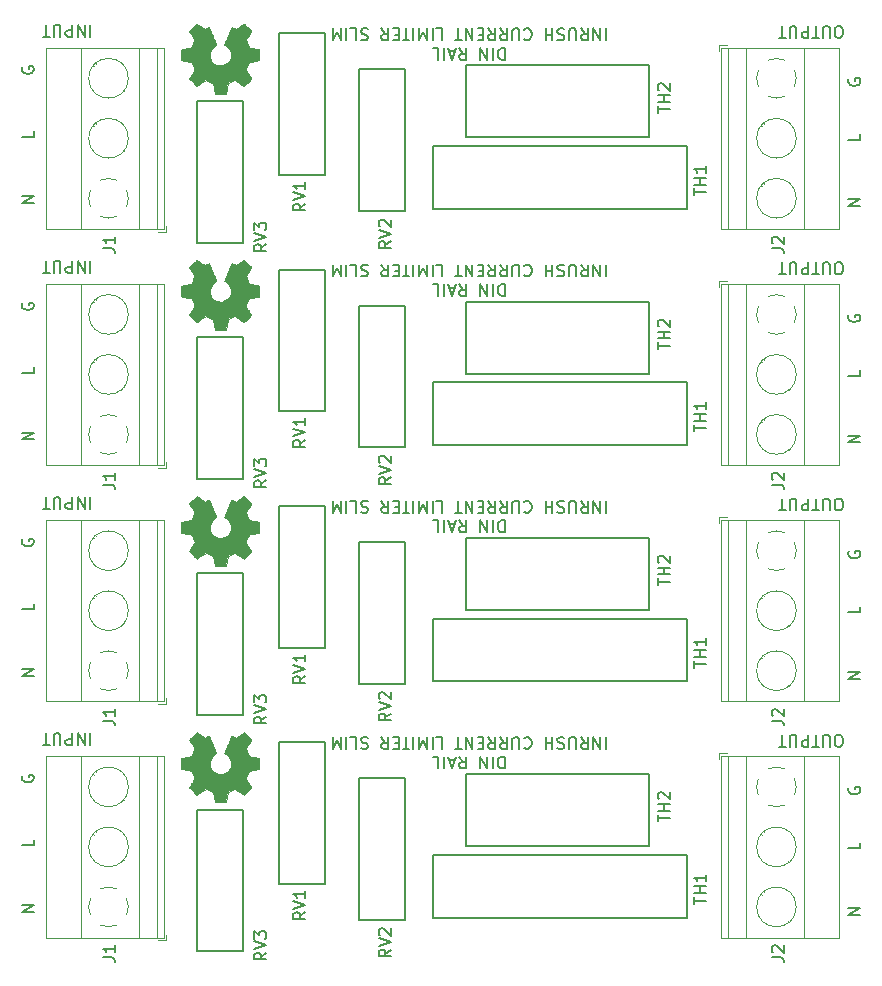
<source format=gbr>
G04 #@! TF.GenerationSoftware,KiCad,Pcbnew,5.1.5+dfsg1-2build2*
G04 #@! TF.CreationDate,2021-09-07T20:18:59-05:00*
G04 #@! TF.ProjectId,,58585858-5858-4585-9858-585858585858,rev?*
G04 #@! TF.SameCoordinates,Original*
G04 #@! TF.FileFunction,Legend,Top*
G04 #@! TF.FilePolarity,Positive*
%FSLAX46Y46*%
G04 Gerber Fmt 4.6, Leading zero omitted, Abs format (unit mm)*
G04 Created by KiCad (PCBNEW 5.1.5+dfsg1-2build2) date 2021-09-07 20:18:59*
%MOMM*%
%LPD*%
G04 APERTURE LIST*
%ADD10C,0.150000*%
%ADD11C,0.010000*%
%ADD12C,0.120000*%
G04 APERTURE END LIST*
D10*
X159186190Y-86788619D02*
X159186190Y-87788619D01*
X158948095Y-87788619D01*
X158805238Y-87741000D01*
X158710000Y-87645761D01*
X158662380Y-87550523D01*
X158614761Y-87360047D01*
X158614761Y-87217190D01*
X158662380Y-87026714D01*
X158710000Y-86931476D01*
X158805238Y-86836238D01*
X158948095Y-86788619D01*
X159186190Y-86788619D01*
X158186190Y-86788619D02*
X158186190Y-87788619D01*
X157710000Y-86788619D02*
X157710000Y-87788619D01*
X157138571Y-86788619D01*
X157138571Y-87788619D01*
X155329047Y-86788619D02*
X155662380Y-87264809D01*
X155900476Y-86788619D02*
X155900476Y-87788619D01*
X155519523Y-87788619D01*
X155424285Y-87741000D01*
X155376666Y-87693380D01*
X155329047Y-87598142D01*
X155329047Y-87455285D01*
X155376666Y-87360047D01*
X155424285Y-87312428D01*
X155519523Y-87264809D01*
X155900476Y-87264809D01*
X154948095Y-87074333D02*
X154471904Y-87074333D01*
X155043333Y-86788619D02*
X154710000Y-87788619D01*
X154376666Y-86788619D01*
X154043333Y-86788619D02*
X154043333Y-87788619D01*
X153090952Y-86788619D02*
X153567142Y-86788619D01*
X153567142Y-87788619D01*
X167757619Y-85138619D02*
X167757619Y-86138619D01*
X167281428Y-85138619D02*
X167281428Y-86138619D01*
X166710000Y-85138619D01*
X166710000Y-86138619D01*
X165662380Y-85138619D02*
X165995714Y-85614809D01*
X166233809Y-85138619D02*
X166233809Y-86138619D01*
X165852857Y-86138619D01*
X165757619Y-86091000D01*
X165710000Y-86043380D01*
X165662380Y-85948142D01*
X165662380Y-85805285D01*
X165710000Y-85710047D01*
X165757619Y-85662428D01*
X165852857Y-85614809D01*
X166233809Y-85614809D01*
X165233809Y-86138619D02*
X165233809Y-85329095D01*
X165186190Y-85233857D01*
X165138571Y-85186238D01*
X165043333Y-85138619D01*
X164852857Y-85138619D01*
X164757619Y-85186238D01*
X164710000Y-85233857D01*
X164662380Y-85329095D01*
X164662380Y-86138619D01*
X164233809Y-85186238D02*
X164090952Y-85138619D01*
X163852857Y-85138619D01*
X163757619Y-85186238D01*
X163710000Y-85233857D01*
X163662380Y-85329095D01*
X163662380Y-85424333D01*
X163710000Y-85519571D01*
X163757619Y-85567190D01*
X163852857Y-85614809D01*
X164043333Y-85662428D01*
X164138571Y-85710047D01*
X164186190Y-85757666D01*
X164233809Y-85852904D01*
X164233809Y-85948142D01*
X164186190Y-86043380D01*
X164138571Y-86091000D01*
X164043333Y-86138619D01*
X163805238Y-86138619D01*
X163662380Y-86091000D01*
X163233809Y-85138619D02*
X163233809Y-86138619D01*
X163233809Y-85662428D02*
X162662380Y-85662428D01*
X162662380Y-85138619D02*
X162662380Y-86138619D01*
X160852857Y-85233857D02*
X160900476Y-85186238D01*
X161043333Y-85138619D01*
X161138571Y-85138619D01*
X161281428Y-85186238D01*
X161376666Y-85281476D01*
X161424285Y-85376714D01*
X161471904Y-85567190D01*
X161471904Y-85710047D01*
X161424285Y-85900523D01*
X161376666Y-85995761D01*
X161281428Y-86091000D01*
X161138571Y-86138619D01*
X161043333Y-86138619D01*
X160900476Y-86091000D01*
X160852857Y-86043380D01*
X160424285Y-86138619D02*
X160424285Y-85329095D01*
X160376666Y-85233857D01*
X160329047Y-85186238D01*
X160233809Y-85138619D01*
X160043333Y-85138619D01*
X159948095Y-85186238D01*
X159900476Y-85233857D01*
X159852857Y-85329095D01*
X159852857Y-86138619D01*
X158805238Y-85138619D02*
X159138571Y-85614809D01*
X159376666Y-85138619D02*
X159376666Y-86138619D01*
X158995714Y-86138619D01*
X158900476Y-86091000D01*
X158852857Y-86043380D01*
X158805238Y-85948142D01*
X158805238Y-85805285D01*
X158852857Y-85710047D01*
X158900476Y-85662428D01*
X158995714Y-85614809D01*
X159376666Y-85614809D01*
X157805238Y-85138619D02*
X158138571Y-85614809D01*
X158376666Y-85138619D02*
X158376666Y-86138619D01*
X157995714Y-86138619D01*
X157900476Y-86091000D01*
X157852857Y-86043380D01*
X157805238Y-85948142D01*
X157805238Y-85805285D01*
X157852857Y-85710047D01*
X157900476Y-85662428D01*
X157995714Y-85614809D01*
X158376666Y-85614809D01*
X157376666Y-85662428D02*
X157043333Y-85662428D01*
X156900476Y-85138619D02*
X157376666Y-85138619D01*
X157376666Y-86138619D01*
X156900476Y-86138619D01*
X156471904Y-85138619D02*
X156471904Y-86138619D01*
X155900476Y-85138619D01*
X155900476Y-86138619D01*
X155567142Y-86138619D02*
X154995714Y-86138619D01*
X155281428Y-85138619D02*
X155281428Y-86138619D01*
X153424285Y-85138619D02*
X153900476Y-85138619D01*
X153900476Y-86138619D01*
X153090952Y-85138619D02*
X153090952Y-86138619D01*
X152614761Y-85138619D02*
X152614761Y-86138619D01*
X152281428Y-85424333D01*
X151948095Y-86138619D01*
X151948095Y-85138619D01*
X151471904Y-85138619D02*
X151471904Y-86138619D01*
X151138571Y-86138619D02*
X150567142Y-86138619D01*
X150852857Y-85138619D02*
X150852857Y-86138619D01*
X150233809Y-85662428D02*
X149900476Y-85662428D01*
X149757619Y-85138619D02*
X150233809Y-85138619D01*
X150233809Y-86138619D01*
X149757619Y-86138619D01*
X148757619Y-85138619D02*
X149090952Y-85614809D01*
X149329047Y-85138619D02*
X149329047Y-86138619D01*
X148948095Y-86138619D01*
X148852857Y-86091000D01*
X148805238Y-86043380D01*
X148757619Y-85948142D01*
X148757619Y-85805285D01*
X148805238Y-85710047D01*
X148852857Y-85662428D01*
X148948095Y-85614809D01*
X149329047Y-85614809D01*
X147614761Y-85186238D02*
X147471904Y-85138619D01*
X147233809Y-85138619D01*
X147138571Y-85186238D01*
X147090952Y-85233857D01*
X147043333Y-85329095D01*
X147043333Y-85424333D01*
X147090952Y-85519571D01*
X147138571Y-85567190D01*
X147233809Y-85614809D01*
X147424285Y-85662428D01*
X147519523Y-85710047D01*
X147567142Y-85757666D01*
X147614761Y-85852904D01*
X147614761Y-85948142D01*
X147567142Y-86043380D01*
X147519523Y-86091000D01*
X147424285Y-86138619D01*
X147186190Y-86138619D01*
X147043333Y-86091000D01*
X146138571Y-85138619D02*
X146614761Y-85138619D01*
X146614761Y-86138619D01*
X145805238Y-85138619D02*
X145805238Y-86138619D01*
X145329047Y-85138619D02*
X145329047Y-86138619D01*
X144995714Y-85424333D01*
X144662380Y-86138619D01*
X144662380Y-85138619D01*
X159186190Y-66788619D02*
X159186190Y-67788619D01*
X158948095Y-67788619D01*
X158805238Y-67741000D01*
X158710000Y-67645761D01*
X158662380Y-67550523D01*
X158614761Y-67360047D01*
X158614761Y-67217190D01*
X158662380Y-67026714D01*
X158710000Y-66931476D01*
X158805238Y-66836238D01*
X158948095Y-66788619D01*
X159186190Y-66788619D01*
X158186190Y-66788619D02*
X158186190Y-67788619D01*
X157710000Y-66788619D02*
X157710000Y-67788619D01*
X157138571Y-66788619D01*
X157138571Y-67788619D01*
X155329047Y-66788619D02*
X155662380Y-67264809D01*
X155900476Y-66788619D02*
X155900476Y-67788619D01*
X155519523Y-67788619D01*
X155424285Y-67741000D01*
X155376666Y-67693380D01*
X155329047Y-67598142D01*
X155329047Y-67455285D01*
X155376666Y-67360047D01*
X155424285Y-67312428D01*
X155519523Y-67264809D01*
X155900476Y-67264809D01*
X154948095Y-67074333D02*
X154471904Y-67074333D01*
X155043333Y-66788619D02*
X154710000Y-67788619D01*
X154376666Y-66788619D01*
X154043333Y-66788619D02*
X154043333Y-67788619D01*
X153090952Y-66788619D02*
X153567142Y-66788619D01*
X153567142Y-67788619D01*
X167757619Y-65138619D02*
X167757619Y-66138619D01*
X167281428Y-65138619D02*
X167281428Y-66138619D01*
X166710000Y-65138619D01*
X166710000Y-66138619D01*
X165662380Y-65138619D02*
X165995714Y-65614809D01*
X166233809Y-65138619D02*
X166233809Y-66138619D01*
X165852857Y-66138619D01*
X165757619Y-66091000D01*
X165710000Y-66043380D01*
X165662380Y-65948142D01*
X165662380Y-65805285D01*
X165710000Y-65710047D01*
X165757619Y-65662428D01*
X165852857Y-65614809D01*
X166233809Y-65614809D01*
X165233809Y-66138619D02*
X165233809Y-65329095D01*
X165186190Y-65233857D01*
X165138571Y-65186238D01*
X165043333Y-65138619D01*
X164852857Y-65138619D01*
X164757619Y-65186238D01*
X164710000Y-65233857D01*
X164662380Y-65329095D01*
X164662380Y-66138619D01*
X164233809Y-65186238D02*
X164090952Y-65138619D01*
X163852857Y-65138619D01*
X163757619Y-65186238D01*
X163710000Y-65233857D01*
X163662380Y-65329095D01*
X163662380Y-65424333D01*
X163710000Y-65519571D01*
X163757619Y-65567190D01*
X163852857Y-65614809D01*
X164043333Y-65662428D01*
X164138571Y-65710047D01*
X164186190Y-65757666D01*
X164233809Y-65852904D01*
X164233809Y-65948142D01*
X164186190Y-66043380D01*
X164138571Y-66091000D01*
X164043333Y-66138619D01*
X163805238Y-66138619D01*
X163662380Y-66091000D01*
X163233809Y-65138619D02*
X163233809Y-66138619D01*
X163233809Y-65662428D02*
X162662380Y-65662428D01*
X162662380Y-65138619D02*
X162662380Y-66138619D01*
X160852857Y-65233857D02*
X160900476Y-65186238D01*
X161043333Y-65138619D01*
X161138571Y-65138619D01*
X161281428Y-65186238D01*
X161376666Y-65281476D01*
X161424285Y-65376714D01*
X161471904Y-65567190D01*
X161471904Y-65710047D01*
X161424285Y-65900523D01*
X161376666Y-65995761D01*
X161281428Y-66091000D01*
X161138571Y-66138619D01*
X161043333Y-66138619D01*
X160900476Y-66091000D01*
X160852857Y-66043380D01*
X160424285Y-66138619D02*
X160424285Y-65329095D01*
X160376666Y-65233857D01*
X160329047Y-65186238D01*
X160233809Y-65138619D01*
X160043333Y-65138619D01*
X159948095Y-65186238D01*
X159900476Y-65233857D01*
X159852857Y-65329095D01*
X159852857Y-66138619D01*
X158805238Y-65138619D02*
X159138571Y-65614809D01*
X159376666Y-65138619D02*
X159376666Y-66138619D01*
X158995714Y-66138619D01*
X158900476Y-66091000D01*
X158852857Y-66043380D01*
X158805238Y-65948142D01*
X158805238Y-65805285D01*
X158852857Y-65710047D01*
X158900476Y-65662428D01*
X158995714Y-65614809D01*
X159376666Y-65614809D01*
X157805238Y-65138619D02*
X158138571Y-65614809D01*
X158376666Y-65138619D02*
X158376666Y-66138619D01*
X157995714Y-66138619D01*
X157900476Y-66091000D01*
X157852857Y-66043380D01*
X157805238Y-65948142D01*
X157805238Y-65805285D01*
X157852857Y-65710047D01*
X157900476Y-65662428D01*
X157995714Y-65614809D01*
X158376666Y-65614809D01*
X157376666Y-65662428D02*
X157043333Y-65662428D01*
X156900476Y-65138619D02*
X157376666Y-65138619D01*
X157376666Y-66138619D01*
X156900476Y-66138619D01*
X156471904Y-65138619D02*
X156471904Y-66138619D01*
X155900476Y-65138619D01*
X155900476Y-66138619D01*
X155567142Y-66138619D02*
X154995714Y-66138619D01*
X155281428Y-65138619D02*
X155281428Y-66138619D01*
X153424285Y-65138619D02*
X153900476Y-65138619D01*
X153900476Y-66138619D01*
X153090952Y-65138619D02*
X153090952Y-66138619D01*
X152614761Y-65138619D02*
X152614761Y-66138619D01*
X152281428Y-65424333D01*
X151948095Y-66138619D01*
X151948095Y-65138619D01*
X151471904Y-65138619D02*
X151471904Y-66138619D01*
X151138571Y-66138619D02*
X150567142Y-66138619D01*
X150852857Y-65138619D02*
X150852857Y-66138619D01*
X150233809Y-65662428D02*
X149900476Y-65662428D01*
X149757619Y-65138619D02*
X150233809Y-65138619D01*
X150233809Y-66138619D01*
X149757619Y-66138619D01*
X148757619Y-65138619D02*
X149090952Y-65614809D01*
X149329047Y-65138619D02*
X149329047Y-66138619D01*
X148948095Y-66138619D01*
X148852857Y-66091000D01*
X148805238Y-66043380D01*
X148757619Y-65948142D01*
X148757619Y-65805285D01*
X148805238Y-65710047D01*
X148852857Y-65662428D01*
X148948095Y-65614809D01*
X149329047Y-65614809D01*
X147614761Y-65186238D02*
X147471904Y-65138619D01*
X147233809Y-65138619D01*
X147138571Y-65186238D01*
X147090952Y-65233857D01*
X147043333Y-65329095D01*
X147043333Y-65424333D01*
X147090952Y-65519571D01*
X147138571Y-65567190D01*
X147233809Y-65614809D01*
X147424285Y-65662428D01*
X147519523Y-65710047D01*
X147567142Y-65757666D01*
X147614761Y-65852904D01*
X147614761Y-65948142D01*
X147567142Y-66043380D01*
X147519523Y-66091000D01*
X147424285Y-66138619D01*
X147186190Y-66138619D01*
X147043333Y-66091000D01*
X146138571Y-65138619D02*
X146614761Y-65138619D01*
X146614761Y-66138619D01*
X145805238Y-65138619D02*
X145805238Y-66138619D01*
X145329047Y-65138619D02*
X145329047Y-66138619D01*
X144995714Y-65424333D01*
X144662380Y-66138619D01*
X144662380Y-65138619D01*
X159186190Y-46788619D02*
X159186190Y-47788619D01*
X158948095Y-47788619D01*
X158805238Y-47741000D01*
X158710000Y-47645761D01*
X158662380Y-47550523D01*
X158614761Y-47360047D01*
X158614761Y-47217190D01*
X158662380Y-47026714D01*
X158710000Y-46931476D01*
X158805238Y-46836238D01*
X158948095Y-46788619D01*
X159186190Y-46788619D01*
X158186190Y-46788619D02*
X158186190Y-47788619D01*
X157710000Y-46788619D02*
X157710000Y-47788619D01*
X157138571Y-46788619D01*
X157138571Y-47788619D01*
X155329047Y-46788619D02*
X155662380Y-47264809D01*
X155900476Y-46788619D02*
X155900476Y-47788619D01*
X155519523Y-47788619D01*
X155424285Y-47741000D01*
X155376666Y-47693380D01*
X155329047Y-47598142D01*
X155329047Y-47455285D01*
X155376666Y-47360047D01*
X155424285Y-47312428D01*
X155519523Y-47264809D01*
X155900476Y-47264809D01*
X154948095Y-47074333D02*
X154471904Y-47074333D01*
X155043333Y-46788619D02*
X154710000Y-47788619D01*
X154376666Y-46788619D01*
X154043333Y-46788619D02*
X154043333Y-47788619D01*
X153090952Y-46788619D02*
X153567142Y-46788619D01*
X153567142Y-47788619D01*
X167757619Y-45138619D02*
X167757619Y-46138619D01*
X167281428Y-45138619D02*
X167281428Y-46138619D01*
X166710000Y-45138619D01*
X166710000Y-46138619D01*
X165662380Y-45138619D02*
X165995714Y-45614809D01*
X166233809Y-45138619D02*
X166233809Y-46138619D01*
X165852857Y-46138619D01*
X165757619Y-46091000D01*
X165710000Y-46043380D01*
X165662380Y-45948142D01*
X165662380Y-45805285D01*
X165710000Y-45710047D01*
X165757619Y-45662428D01*
X165852857Y-45614809D01*
X166233809Y-45614809D01*
X165233809Y-46138619D02*
X165233809Y-45329095D01*
X165186190Y-45233857D01*
X165138571Y-45186238D01*
X165043333Y-45138619D01*
X164852857Y-45138619D01*
X164757619Y-45186238D01*
X164710000Y-45233857D01*
X164662380Y-45329095D01*
X164662380Y-46138619D01*
X164233809Y-45186238D02*
X164090952Y-45138619D01*
X163852857Y-45138619D01*
X163757619Y-45186238D01*
X163710000Y-45233857D01*
X163662380Y-45329095D01*
X163662380Y-45424333D01*
X163710000Y-45519571D01*
X163757619Y-45567190D01*
X163852857Y-45614809D01*
X164043333Y-45662428D01*
X164138571Y-45710047D01*
X164186190Y-45757666D01*
X164233809Y-45852904D01*
X164233809Y-45948142D01*
X164186190Y-46043380D01*
X164138571Y-46091000D01*
X164043333Y-46138619D01*
X163805238Y-46138619D01*
X163662380Y-46091000D01*
X163233809Y-45138619D02*
X163233809Y-46138619D01*
X163233809Y-45662428D02*
X162662380Y-45662428D01*
X162662380Y-45138619D02*
X162662380Y-46138619D01*
X160852857Y-45233857D02*
X160900476Y-45186238D01*
X161043333Y-45138619D01*
X161138571Y-45138619D01*
X161281428Y-45186238D01*
X161376666Y-45281476D01*
X161424285Y-45376714D01*
X161471904Y-45567190D01*
X161471904Y-45710047D01*
X161424285Y-45900523D01*
X161376666Y-45995761D01*
X161281428Y-46091000D01*
X161138571Y-46138619D01*
X161043333Y-46138619D01*
X160900476Y-46091000D01*
X160852857Y-46043380D01*
X160424285Y-46138619D02*
X160424285Y-45329095D01*
X160376666Y-45233857D01*
X160329047Y-45186238D01*
X160233809Y-45138619D01*
X160043333Y-45138619D01*
X159948095Y-45186238D01*
X159900476Y-45233857D01*
X159852857Y-45329095D01*
X159852857Y-46138619D01*
X158805238Y-45138619D02*
X159138571Y-45614809D01*
X159376666Y-45138619D02*
X159376666Y-46138619D01*
X158995714Y-46138619D01*
X158900476Y-46091000D01*
X158852857Y-46043380D01*
X158805238Y-45948142D01*
X158805238Y-45805285D01*
X158852857Y-45710047D01*
X158900476Y-45662428D01*
X158995714Y-45614809D01*
X159376666Y-45614809D01*
X157805238Y-45138619D02*
X158138571Y-45614809D01*
X158376666Y-45138619D02*
X158376666Y-46138619D01*
X157995714Y-46138619D01*
X157900476Y-46091000D01*
X157852857Y-46043380D01*
X157805238Y-45948142D01*
X157805238Y-45805285D01*
X157852857Y-45710047D01*
X157900476Y-45662428D01*
X157995714Y-45614809D01*
X158376666Y-45614809D01*
X157376666Y-45662428D02*
X157043333Y-45662428D01*
X156900476Y-45138619D02*
X157376666Y-45138619D01*
X157376666Y-46138619D01*
X156900476Y-46138619D01*
X156471904Y-45138619D02*
X156471904Y-46138619D01*
X155900476Y-45138619D01*
X155900476Y-46138619D01*
X155567142Y-46138619D02*
X154995714Y-46138619D01*
X155281428Y-45138619D02*
X155281428Y-46138619D01*
X153424285Y-45138619D02*
X153900476Y-45138619D01*
X153900476Y-46138619D01*
X153090952Y-45138619D02*
X153090952Y-46138619D01*
X152614761Y-45138619D02*
X152614761Y-46138619D01*
X152281428Y-45424333D01*
X151948095Y-46138619D01*
X151948095Y-45138619D01*
X151471904Y-45138619D02*
X151471904Y-46138619D01*
X151138571Y-46138619D02*
X150567142Y-46138619D01*
X150852857Y-45138619D02*
X150852857Y-46138619D01*
X150233809Y-45662428D02*
X149900476Y-45662428D01*
X149757619Y-45138619D02*
X150233809Y-45138619D01*
X150233809Y-46138619D01*
X149757619Y-46138619D01*
X148757619Y-45138619D02*
X149090952Y-45614809D01*
X149329047Y-45138619D02*
X149329047Y-46138619D01*
X148948095Y-46138619D01*
X148852857Y-46091000D01*
X148805238Y-46043380D01*
X148757619Y-45948142D01*
X148757619Y-45805285D01*
X148805238Y-45710047D01*
X148852857Y-45662428D01*
X148948095Y-45614809D01*
X149329047Y-45614809D01*
X147614761Y-45186238D02*
X147471904Y-45138619D01*
X147233809Y-45138619D01*
X147138571Y-45186238D01*
X147090952Y-45233857D01*
X147043333Y-45329095D01*
X147043333Y-45424333D01*
X147090952Y-45519571D01*
X147138571Y-45567190D01*
X147233809Y-45614809D01*
X147424285Y-45662428D01*
X147519523Y-45710047D01*
X147567142Y-45757666D01*
X147614761Y-45852904D01*
X147614761Y-45948142D01*
X147567142Y-46043380D01*
X147519523Y-46091000D01*
X147424285Y-46138619D01*
X147186190Y-46138619D01*
X147043333Y-46091000D01*
X146138571Y-45138619D02*
X146614761Y-45138619D01*
X146614761Y-46138619D01*
X145805238Y-45138619D02*
X145805238Y-46138619D01*
X145329047Y-45138619D02*
X145329047Y-46138619D01*
X144995714Y-45424333D01*
X144662380Y-46138619D01*
X144662380Y-45138619D01*
X187570761Y-85947619D02*
X187380285Y-85947619D01*
X187285047Y-85900000D01*
X187189809Y-85804761D01*
X187142190Y-85614285D01*
X187142190Y-85280952D01*
X187189809Y-85090476D01*
X187285047Y-84995238D01*
X187380285Y-84947619D01*
X187570761Y-84947619D01*
X187666000Y-84995238D01*
X187761238Y-85090476D01*
X187808857Y-85280952D01*
X187808857Y-85614285D01*
X187761238Y-85804761D01*
X187666000Y-85900000D01*
X187570761Y-85947619D01*
X186713619Y-85947619D02*
X186713619Y-85138095D01*
X186666000Y-85042857D01*
X186618380Y-84995238D01*
X186523142Y-84947619D01*
X186332666Y-84947619D01*
X186237428Y-84995238D01*
X186189809Y-85042857D01*
X186142190Y-85138095D01*
X186142190Y-85947619D01*
X185808857Y-85947619D02*
X185237428Y-85947619D01*
X185523142Y-84947619D02*
X185523142Y-85947619D01*
X184904095Y-84947619D02*
X184904095Y-85947619D01*
X184523142Y-85947619D01*
X184427904Y-85900000D01*
X184380285Y-85852380D01*
X184332666Y-85757142D01*
X184332666Y-85614285D01*
X184380285Y-85519047D01*
X184427904Y-85471428D01*
X184523142Y-85423809D01*
X184904095Y-85423809D01*
X183904095Y-85947619D02*
X183904095Y-85138095D01*
X183856476Y-85042857D01*
X183808857Y-84995238D01*
X183713619Y-84947619D01*
X183523142Y-84947619D01*
X183427904Y-84995238D01*
X183380285Y-85042857D01*
X183332666Y-85138095D01*
X183332666Y-85947619D01*
X182999333Y-85947619D02*
X182427904Y-85947619D01*
X182713619Y-84947619D02*
X182713619Y-85947619D01*
X187570761Y-65947619D02*
X187380285Y-65947619D01*
X187285047Y-65900000D01*
X187189809Y-65804761D01*
X187142190Y-65614285D01*
X187142190Y-65280952D01*
X187189809Y-65090476D01*
X187285047Y-64995238D01*
X187380285Y-64947619D01*
X187570761Y-64947619D01*
X187666000Y-64995238D01*
X187761238Y-65090476D01*
X187808857Y-65280952D01*
X187808857Y-65614285D01*
X187761238Y-65804761D01*
X187666000Y-65900000D01*
X187570761Y-65947619D01*
X186713619Y-65947619D02*
X186713619Y-65138095D01*
X186666000Y-65042857D01*
X186618380Y-64995238D01*
X186523142Y-64947619D01*
X186332666Y-64947619D01*
X186237428Y-64995238D01*
X186189809Y-65042857D01*
X186142190Y-65138095D01*
X186142190Y-65947619D01*
X185808857Y-65947619D02*
X185237428Y-65947619D01*
X185523142Y-64947619D02*
X185523142Y-65947619D01*
X184904095Y-64947619D02*
X184904095Y-65947619D01*
X184523142Y-65947619D01*
X184427904Y-65900000D01*
X184380285Y-65852380D01*
X184332666Y-65757142D01*
X184332666Y-65614285D01*
X184380285Y-65519047D01*
X184427904Y-65471428D01*
X184523142Y-65423809D01*
X184904095Y-65423809D01*
X183904095Y-65947619D02*
X183904095Y-65138095D01*
X183856476Y-65042857D01*
X183808857Y-64995238D01*
X183713619Y-64947619D01*
X183523142Y-64947619D01*
X183427904Y-64995238D01*
X183380285Y-65042857D01*
X183332666Y-65138095D01*
X183332666Y-65947619D01*
X182999333Y-65947619D02*
X182427904Y-65947619D01*
X182713619Y-64947619D02*
X182713619Y-65947619D01*
X187570761Y-45947619D02*
X187380285Y-45947619D01*
X187285047Y-45900000D01*
X187189809Y-45804761D01*
X187142190Y-45614285D01*
X187142190Y-45280952D01*
X187189809Y-45090476D01*
X187285047Y-44995238D01*
X187380285Y-44947619D01*
X187570761Y-44947619D01*
X187666000Y-44995238D01*
X187761238Y-45090476D01*
X187808857Y-45280952D01*
X187808857Y-45614285D01*
X187761238Y-45804761D01*
X187666000Y-45900000D01*
X187570761Y-45947619D01*
X186713619Y-45947619D02*
X186713619Y-45138095D01*
X186666000Y-45042857D01*
X186618380Y-44995238D01*
X186523142Y-44947619D01*
X186332666Y-44947619D01*
X186237428Y-44995238D01*
X186189809Y-45042857D01*
X186142190Y-45138095D01*
X186142190Y-45947619D01*
X185808857Y-45947619D02*
X185237428Y-45947619D01*
X185523142Y-44947619D02*
X185523142Y-45947619D01*
X184904095Y-44947619D02*
X184904095Y-45947619D01*
X184523142Y-45947619D01*
X184427904Y-45900000D01*
X184380285Y-45852380D01*
X184332666Y-45757142D01*
X184332666Y-45614285D01*
X184380285Y-45519047D01*
X184427904Y-45471428D01*
X184523142Y-45423809D01*
X184904095Y-45423809D01*
X183904095Y-45947619D02*
X183904095Y-45138095D01*
X183856476Y-45042857D01*
X183808857Y-44995238D01*
X183713619Y-44947619D01*
X183523142Y-44947619D01*
X183427904Y-44995238D01*
X183380285Y-45042857D01*
X183332666Y-45138095D01*
X183332666Y-45947619D01*
X182999333Y-45947619D02*
X182427904Y-45947619D01*
X182713619Y-44947619D02*
X182713619Y-45947619D01*
X124102571Y-84820619D02*
X124102571Y-85820619D01*
X123626380Y-84820619D02*
X123626380Y-85820619D01*
X123054952Y-84820619D01*
X123054952Y-85820619D01*
X122578761Y-84820619D02*
X122578761Y-85820619D01*
X122197809Y-85820619D01*
X122102571Y-85773000D01*
X122054952Y-85725380D01*
X122007333Y-85630142D01*
X122007333Y-85487285D01*
X122054952Y-85392047D01*
X122102571Y-85344428D01*
X122197809Y-85296809D01*
X122578761Y-85296809D01*
X121578761Y-85820619D02*
X121578761Y-85011095D01*
X121531142Y-84915857D01*
X121483523Y-84868238D01*
X121388285Y-84820619D01*
X121197809Y-84820619D01*
X121102571Y-84868238D01*
X121054952Y-84915857D01*
X121007333Y-85011095D01*
X121007333Y-85820619D01*
X120674000Y-85820619D02*
X120102571Y-85820619D01*
X120388285Y-84820619D02*
X120388285Y-85820619D01*
X124102571Y-64820619D02*
X124102571Y-65820619D01*
X123626380Y-64820619D02*
X123626380Y-65820619D01*
X123054952Y-64820619D01*
X123054952Y-65820619D01*
X122578761Y-64820619D02*
X122578761Y-65820619D01*
X122197809Y-65820619D01*
X122102571Y-65773000D01*
X122054952Y-65725380D01*
X122007333Y-65630142D01*
X122007333Y-65487285D01*
X122054952Y-65392047D01*
X122102571Y-65344428D01*
X122197809Y-65296809D01*
X122578761Y-65296809D01*
X121578761Y-65820619D02*
X121578761Y-65011095D01*
X121531142Y-64915857D01*
X121483523Y-64868238D01*
X121388285Y-64820619D01*
X121197809Y-64820619D01*
X121102571Y-64868238D01*
X121054952Y-64915857D01*
X121007333Y-65011095D01*
X121007333Y-65820619D01*
X120674000Y-65820619D02*
X120102571Y-65820619D01*
X120388285Y-64820619D02*
X120388285Y-65820619D01*
X124102571Y-44820619D02*
X124102571Y-45820619D01*
X123626380Y-44820619D02*
X123626380Y-45820619D01*
X123054952Y-44820619D01*
X123054952Y-45820619D01*
X122578761Y-44820619D02*
X122578761Y-45820619D01*
X122197809Y-45820619D01*
X122102571Y-45773000D01*
X122054952Y-45725380D01*
X122007333Y-45630142D01*
X122007333Y-45487285D01*
X122054952Y-45392047D01*
X122102571Y-45344428D01*
X122197809Y-45296809D01*
X122578761Y-45296809D01*
X121578761Y-45820619D02*
X121578761Y-45011095D01*
X121531142Y-44915857D01*
X121483523Y-44868238D01*
X121388285Y-44820619D01*
X121197809Y-44820619D01*
X121102571Y-44868238D01*
X121054952Y-44915857D01*
X121007333Y-45011095D01*
X121007333Y-45820619D01*
X120674000Y-45820619D02*
X120102571Y-45820619D01*
X120388285Y-44820619D02*
X120388285Y-45820619D01*
X119324380Y-99924904D02*
X118324380Y-99924904D01*
X119324380Y-99353476D01*
X118324380Y-99353476D01*
X119324380Y-93829666D02*
X119324380Y-94305857D01*
X118324380Y-94305857D01*
X118372000Y-88401095D02*
X118324380Y-88496333D01*
X118324380Y-88639190D01*
X118372000Y-88782047D01*
X118467238Y-88877285D01*
X118562476Y-88924904D01*
X118752952Y-88972523D01*
X118895809Y-88972523D01*
X119086285Y-88924904D01*
X119181523Y-88877285D01*
X119276761Y-88782047D01*
X119324380Y-88639190D01*
X119324380Y-88543952D01*
X119276761Y-88401095D01*
X119229142Y-88353476D01*
X118895809Y-88353476D01*
X118895809Y-88543952D01*
X119324380Y-79924904D02*
X118324380Y-79924904D01*
X119324380Y-79353476D01*
X118324380Y-79353476D01*
X119324380Y-73829666D02*
X119324380Y-74305857D01*
X118324380Y-74305857D01*
X118372000Y-68401095D02*
X118324380Y-68496333D01*
X118324380Y-68639190D01*
X118372000Y-68782047D01*
X118467238Y-68877285D01*
X118562476Y-68924904D01*
X118752952Y-68972523D01*
X118895809Y-68972523D01*
X119086285Y-68924904D01*
X119181523Y-68877285D01*
X119276761Y-68782047D01*
X119324380Y-68639190D01*
X119324380Y-68543952D01*
X119276761Y-68401095D01*
X119229142Y-68353476D01*
X118895809Y-68353476D01*
X118895809Y-68543952D01*
X119324380Y-59924904D02*
X118324380Y-59924904D01*
X119324380Y-59353476D01*
X118324380Y-59353476D01*
X119324380Y-53829666D02*
X119324380Y-54305857D01*
X118324380Y-54305857D01*
X118372000Y-48401095D02*
X118324380Y-48496333D01*
X118324380Y-48639190D01*
X118372000Y-48782047D01*
X118467238Y-48877285D01*
X118562476Y-48924904D01*
X118752952Y-48972523D01*
X118895809Y-48972523D01*
X119086285Y-48924904D01*
X119181523Y-48877285D01*
X119276761Y-48782047D01*
X119324380Y-48639190D01*
X119324380Y-48543952D01*
X119276761Y-48401095D01*
X119229142Y-48353476D01*
X118895809Y-48353476D01*
X118895809Y-48543952D01*
X189301380Y-100178952D02*
X188301380Y-100178952D01*
X189301380Y-99607523D01*
X188301380Y-99607523D01*
X189301380Y-94083714D02*
X189301380Y-94559904D01*
X188301380Y-94559904D01*
X188349000Y-89417047D02*
X188301380Y-89512285D01*
X188301380Y-89655142D01*
X188349000Y-89798000D01*
X188444238Y-89893238D01*
X188539476Y-89940857D01*
X188729952Y-89988476D01*
X188872809Y-89988476D01*
X189063285Y-89940857D01*
X189158523Y-89893238D01*
X189253761Y-89798000D01*
X189301380Y-89655142D01*
X189301380Y-89559904D01*
X189253761Y-89417047D01*
X189206142Y-89369428D01*
X188872809Y-89369428D01*
X188872809Y-89559904D01*
X189301380Y-80178952D02*
X188301380Y-80178952D01*
X189301380Y-79607523D01*
X188301380Y-79607523D01*
X189301380Y-74083714D02*
X189301380Y-74559904D01*
X188301380Y-74559904D01*
X188349000Y-69417047D02*
X188301380Y-69512285D01*
X188301380Y-69655142D01*
X188349000Y-69798000D01*
X188444238Y-69893238D01*
X188539476Y-69940857D01*
X188729952Y-69988476D01*
X188872809Y-69988476D01*
X189063285Y-69940857D01*
X189158523Y-69893238D01*
X189253761Y-69798000D01*
X189301380Y-69655142D01*
X189301380Y-69559904D01*
X189253761Y-69417047D01*
X189206142Y-69369428D01*
X188872809Y-69369428D01*
X188872809Y-69559904D01*
X189301380Y-60178952D02*
X188301380Y-60178952D01*
X189301380Y-59607523D01*
X188301380Y-59607523D01*
X189301380Y-54083714D02*
X189301380Y-54559904D01*
X188301380Y-54559904D01*
X188349000Y-49417047D02*
X188301380Y-49512285D01*
X188301380Y-49655142D01*
X188349000Y-49798000D01*
X188444238Y-49893238D01*
X188539476Y-49940857D01*
X188729952Y-49988476D01*
X188872809Y-49988476D01*
X189063285Y-49940857D01*
X189158523Y-49893238D01*
X189253761Y-49798000D01*
X189301380Y-49655142D01*
X189301380Y-49559904D01*
X189253761Y-49417047D01*
X189206142Y-49369428D01*
X188872809Y-49369428D01*
X188872809Y-49559904D01*
X119324380Y-39924904D02*
X118324380Y-39924904D01*
X119324380Y-39353476D01*
X118324380Y-39353476D01*
X119324380Y-33829666D02*
X119324380Y-34305857D01*
X118324380Y-34305857D01*
X118372000Y-28401095D02*
X118324380Y-28496333D01*
X118324380Y-28639190D01*
X118372000Y-28782047D01*
X118467238Y-28877285D01*
X118562476Y-28924904D01*
X118752952Y-28972523D01*
X118895809Y-28972523D01*
X119086285Y-28924904D01*
X119181523Y-28877285D01*
X119276761Y-28782047D01*
X119324380Y-28639190D01*
X119324380Y-28543952D01*
X119276761Y-28401095D01*
X119229142Y-28353476D01*
X118895809Y-28353476D01*
X118895809Y-28543952D01*
X189301380Y-40178952D02*
X188301380Y-40178952D01*
X189301380Y-39607523D01*
X188301380Y-39607523D01*
X189301380Y-34083714D02*
X189301380Y-34559904D01*
X188301380Y-34559904D01*
X188349000Y-29417047D02*
X188301380Y-29512285D01*
X188301380Y-29655142D01*
X188349000Y-29798000D01*
X188444238Y-29893238D01*
X188539476Y-29940857D01*
X188729952Y-29988476D01*
X188872809Y-29988476D01*
X189063285Y-29940857D01*
X189158523Y-29893238D01*
X189253761Y-29798000D01*
X189301380Y-29655142D01*
X189301380Y-29559904D01*
X189253761Y-29417047D01*
X189206142Y-29369428D01*
X188872809Y-29369428D01*
X188872809Y-29559904D01*
X159186190Y-26788619D02*
X159186190Y-27788619D01*
X158948095Y-27788619D01*
X158805238Y-27741000D01*
X158710000Y-27645761D01*
X158662380Y-27550523D01*
X158614761Y-27360047D01*
X158614761Y-27217190D01*
X158662380Y-27026714D01*
X158710000Y-26931476D01*
X158805238Y-26836238D01*
X158948095Y-26788619D01*
X159186190Y-26788619D01*
X158186190Y-26788619D02*
X158186190Y-27788619D01*
X157710000Y-26788619D02*
X157710000Y-27788619D01*
X157138571Y-26788619D01*
X157138571Y-27788619D01*
X155329047Y-26788619D02*
X155662380Y-27264809D01*
X155900476Y-26788619D02*
X155900476Y-27788619D01*
X155519523Y-27788619D01*
X155424285Y-27741000D01*
X155376666Y-27693380D01*
X155329047Y-27598142D01*
X155329047Y-27455285D01*
X155376666Y-27360047D01*
X155424285Y-27312428D01*
X155519523Y-27264809D01*
X155900476Y-27264809D01*
X154948095Y-27074333D02*
X154471904Y-27074333D01*
X155043333Y-26788619D02*
X154710000Y-27788619D01*
X154376666Y-26788619D01*
X154043333Y-26788619D02*
X154043333Y-27788619D01*
X153090952Y-26788619D02*
X153567142Y-26788619D01*
X153567142Y-27788619D01*
X167757619Y-25138619D02*
X167757619Y-26138619D01*
X167281428Y-25138619D02*
X167281428Y-26138619D01*
X166710000Y-25138619D01*
X166710000Y-26138619D01*
X165662380Y-25138619D02*
X165995714Y-25614809D01*
X166233809Y-25138619D02*
X166233809Y-26138619D01*
X165852857Y-26138619D01*
X165757619Y-26091000D01*
X165710000Y-26043380D01*
X165662380Y-25948142D01*
X165662380Y-25805285D01*
X165710000Y-25710047D01*
X165757619Y-25662428D01*
X165852857Y-25614809D01*
X166233809Y-25614809D01*
X165233809Y-26138619D02*
X165233809Y-25329095D01*
X165186190Y-25233857D01*
X165138571Y-25186238D01*
X165043333Y-25138619D01*
X164852857Y-25138619D01*
X164757619Y-25186238D01*
X164710000Y-25233857D01*
X164662380Y-25329095D01*
X164662380Y-26138619D01*
X164233809Y-25186238D02*
X164090952Y-25138619D01*
X163852857Y-25138619D01*
X163757619Y-25186238D01*
X163710000Y-25233857D01*
X163662380Y-25329095D01*
X163662380Y-25424333D01*
X163710000Y-25519571D01*
X163757619Y-25567190D01*
X163852857Y-25614809D01*
X164043333Y-25662428D01*
X164138571Y-25710047D01*
X164186190Y-25757666D01*
X164233809Y-25852904D01*
X164233809Y-25948142D01*
X164186190Y-26043380D01*
X164138571Y-26091000D01*
X164043333Y-26138619D01*
X163805238Y-26138619D01*
X163662380Y-26091000D01*
X163233809Y-25138619D02*
X163233809Y-26138619D01*
X163233809Y-25662428D02*
X162662380Y-25662428D01*
X162662380Y-25138619D02*
X162662380Y-26138619D01*
X160852857Y-25233857D02*
X160900476Y-25186238D01*
X161043333Y-25138619D01*
X161138571Y-25138619D01*
X161281428Y-25186238D01*
X161376666Y-25281476D01*
X161424285Y-25376714D01*
X161471904Y-25567190D01*
X161471904Y-25710047D01*
X161424285Y-25900523D01*
X161376666Y-25995761D01*
X161281428Y-26091000D01*
X161138571Y-26138619D01*
X161043333Y-26138619D01*
X160900476Y-26091000D01*
X160852857Y-26043380D01*
X160424285Y-26138619D02*
X160424285Y-25329095D01*
X160376666Y-25233857D01*
X160329047Y-25186238D01*
X160233809Y-25138619D01*
X160043333Y-25138619D01*
X159948095Y-25186238D01*
X159900476Y-25233857D01*
X159852857Y-25329095D01*
X159852857Y-26138619D01*
X158805238Y-25138619D02*
X159138571Y-25614809D01*
X159376666Y-25138619D02*
X159376666Y-26138619D01*
X158995714Y-26138619D01*
X158900476Y-26091000D01*
X158852857Y-26043380D01*
X158805238Y-25948142D01*
X158805238Y-25805285D01*
X158852857Y-25710047D01*
X158900476Y-25662428D01*
X158995714Y-25614809D01*
X159376666Y-25614809D01*
X157805238Y-25138619D02*
X158138571Y-25614809D01*
X158376666Y-25138619D02*
X158376666Y-26138619D01*
X157995714Y-26138619D01*
X157900476Y-26091000D01*
X157852857Y-26043380D01*
X157805238Y-25948142D01*
X157805238Y-25805285D01*
X157852857Y-25710047D01*
X157900476Y-25662428D01*
X157995714Y-25614809D01*
X158376666Y-25614809D01*
X157376666Y-25662428D02*
X157043333Y-25662428D01*
X156900476Y-25138619D02*
X157376666Y-25138619D01*
X157376666Y-26138619D01*
X156900476Y-26138619D01*
X156471904Y-25138619D02*
X156471904Y-26138619D01*
X155900476Y-25138619D01*
X155900476Y-26138619D01*
X155567142Y-26138619D02*
X154995714Y-26138619D01*
X155281428Y-25138619D02*
X155281428Y-26138619D01*
X153424285Y-25138619D02*
X153900476Y-25138619D01*
X153900476Y-26138619D01*
X153090952Y-25138619D02*
X153090952Y-26138619D01*
X152614761Y-25138619D02*
X152614761Y-26138619D01*
X152281428Y-25424333D01*
X151948095Y-26138619D01*
X151948095Y-25138619D01*
X151471904Y-25138619D02*
X151471904Y-26138619D01*
X151138571Y-26138619D02*
X150567142Y-26138619D01*
X150852857Y-25138619D02*
X150852857Y-26138619D01*
X150233809Y-25662428D02*
X149900476Y-25662428D01*
X149757619Y-25138619D02*
X150233809Y-25138619D01*
X150233809Y-26138619D01*
X149757619Y-26138619D01*
X148757619Y-25138619D02*
X149090952Y-25614809D01*
X149329047Y-25138619D02*
X149329047Y-26138619D01*
X148948095Y-26138619D01*
X148852857Y-26091000D01*
X148805238Y-26043380D01*
X148757619Y-25948142D01*
X148757619Y-25805285D01*
X148805238Y-25710047D01*
X148852857Y-25662428D01*
X148948095Y-25614809D01*
X149329047Y-25614809D01*
X147614761Y-25186238D02*
X147471904Y-25138619D01*
X147233809Y-25138619D01*
X147138571Y-25186238D01*
X147090952Y-25233857D01*
X147043333Y-25329095D01*
X147043333Y-25424333D01*
X147090952Y-25519571D01*
X147138571Y-25567190D01*
X147233809Y-25614809D01*
X147424285Y-25662428D01*
X147519523Y-25710047D01*
X147567142Y-25757666D01*
X147614761Y-25852904D01*
X147614761Y-25948142D01*
X147567142Y-26043380D01*
X147519523Y-26091000D01*
X147424285Y-26138619D01*
X147186190Y-26138619D01*
X147043333Y-26091000D01*
X146138571Y-25138619D02*
X146614761Y-25138619D01*
X146614761Y-26138619D01*
X145805238Y-25138619D02*
X145805238Y-26138619D01*
X145329047Y-25138619D02*
X145329047Y-26138619D01*
X144995714Y-25424333D01*
X144662380Y-26138619D01*
X144662380Y-25138619D01*
X187570761Y-25947619D02*
X187380285Y-25947619D01*
X187285047Y-25900000D01*
X187189809Y-25804761D01*
X187142190Y-25614285D01*
X187142190Y-25280952D01*
X187189809Y-25090476D01*
X187285047Y-24995238D01*
X187380285Y-24947619D01*
X187570761Y-24947619D01*
X187666000Y-24995238D01*
X187761238Y-25090476D01*
X187808857Y-25280952D01*
X187808857Y-25614285D01*
X187761238Y-25804761D01*
X187666000Y-25900000D01*
X187570761Y-25947619D01*
X186713619Y-25947619D02*
X186713619Y-25138095D01*
X186666000Y-25042857D01*
X186618380Y-24995238D01*
X186523142Y-24947619D01*
X186332666Y-24947619D01*
X186237428Y-24995238D01*
X186189809Y-25042857D01*
X186142190Y-25138095D01*
X186142190Y-25947619D01*
X185808857Y-25947619D02*
X185237428Y-25947619D01*
X185523142Y-24947619D02*
X185523142Y-25947619D01*
X184904095Y-24947619D02*
X184904095Y-25947619D01*
X184523142Y-25947619D01*
X184427904Y-25900000D01*
X184380285Y-25852380D01*
X184332666Y-25757142D01*
X184332666Y-25614285D01*
X184380285Y-25519047D01*
X184427904Y-25471428D01*
X184523142Y-25423809D01*
X184904095Y-25423809D01*
X183904095Y-25947619D02*
X183904095Y-25138095D01*
X183856476Y-25042857D01*
X183808857Y-24995238D01*
X183713619Y-24947619D01*
X183523142Y-24947619D01*
X183427904Y-24995238D01*
X183380285Y-25042857D01*
X183332666Y-25138095D01*
X183332666Y-25947619D01*
X182999333Y-25947619D02*
X182427904Y-25947619D01*
X182713619Y-24947619D02*
X182713619Y-25947619D01*
X124102571Y-24820619D02*
X124102571Y-25820619D01*
X123626380Y-24820619D02*
X123626380Y-25820619D01*
X123054952Y-24820619D01*
X123054952Y-25820619D01*
X122578761Y-24820619D02*
X122578761Y-25820619D01*
X122197809Y-25820619D01*
X122102571Y-25773000D01*
X122054952Y-25725380D01*
X122007333Y-25630142D01*
X122007333Y-25487285D01*
X122054952Y-25392047D01*
X122102571Y-25344428D01*
X122197809Y-25296809D01*
X122578761Y-25296809D01*
X121578761Y-25820619D02*
X121578761Y-25011095D01*
X121531142Y-24915857D01*
X121483523Y-24868238D01*
X121388285Y-24820619D01*
X121197809Y-24820619D01*
X121102571Y-24868238D01*
X121054952Y-24915857D01*
X121007333Y-25011095D01*
X121007333Y-25820619D01*
X120674000Y-25820619D02*
X120102571Y-25820619D01*
X120388285Y-24820619D02*
X120388285Y-25820619D01*
D11*
G36*
X134572186Y-90217069D02*
G01*
X134488365Y-89772445D01*
X134179080Y-89644947D01*
X133869794Y-89517449D01*
X133498754Y-89769754D01*
X133394843Y-89840004D01*
X133300913Y-89902728D01*
X133221348Y-89955062D01*
X133160530Y-89994143D01*
X133122843Y-90017107D01*
X133112579Y-90022058D01*
X133094090Y-90009324D01*
X133054580Y-89974118D01*
X132998478Y-89920938D01*
X132930213Y-89854282D01*
X132854214Y-89778646D01*
X132774908Y-89698528D01*
X132696725Y-89618426D01*
X132624093Y-89542836D01*
X132561441Y-89476255D01*
X132513197Y-89423182D01*
X132483790Y-89388113D01*
X132476759Y-89376377D01*
X132486877Y-89354740D01*
X132515241Y-89307338D01*
X132558871Y-89238807D01*
X132614782Y-89153785D01*
X132679994Y-89056907D01*
X132717781Y-89001650D01*
X132786657Y-88900752D01*
X132847860Y-88809701D01*
X132898422Y-88733030D01*
X132935372Y-88675272D01*
X132955742Y-88640957D01*
X132958803Y-88633746D01*
X132951864Y-88613252D01*
X132932949Y-88565487D01*
X132904913Y-88497168D01*
X132870609Y-88415011D01*
X132832891Y-88325730D01*
X132794613Y-88236042D01*
X132758630Y-88152662D01*
X132727794Y-88082306D01*
X132704961Y-88031690D01*
X132692983Y-88007529D01*
X132692276Y-88006578D01*
X132673469Y-88001964D01*
X132623382Y-87991672D01*
X132547207Y-87976713D01*
X132450135Y-87958099D01*
X132337357Y-87936841D01*
X132271558Y-87924582D01*
X132151050Y-87901638D01*
X132042203Y-87879805D01*
X131950524Y-87860278D01*
X131881519Y-87844252D01*
X131840696Y-87832921D01*
X131832489Y-87829326D01*
X131824452Y-87804994D01*
X131817967Y-87750041D01*
X131813030Y-87670892D01*
X131809636Y-87573974D01*
X131807782Y-87465713D01*
X131807462Y-87352535D01*
X131808673Y-87240865D01*
X131811410Y-87137132D01*
X131815669Y-87047759D01*
X131821445Y-86979174D01*
X131828733Y-86937803D01*
X131833105Y-86929190D01*
X131859236Y-86918867D01*
X131914607Y-86904108D01*
X131991893Y-86886648D01*
X132083770Y-86868220D01*
X132115842Y-86862259D01*
X132270476Y-86833934D01*
X132392625Y-86811124D01*
X132486327Y-86792920D01*
X132555616Y-86778417D01*
X132604529Y-86766708D01*
X132637103Y-86756885D01*
X132657372Y-86748044D01*
X132669374Y-86739276D01*
X132671053Y-86737543D01*
X132687816Y-86709629D01*
X132713386Y-86655305D01*
X132745212Y-86581223D01*
X132780740Y-86494035D01*
X132817417Y-86400392D01*
X132852689Y-86306948D01*
X132884004Y-86220353D01*
X132908807Y-86147260D01*
X132924546Y-86094322D01*
X132928668Y-86068189D01*
X132928324Y-86067274D01*
X132914359Y-86045914D01*
X132882678Y-85998916D01*
X132836609Y-85931173D01*
X132779482Y-85847577D01*
X132714627Y-85753018D01*
X132696157Y-85726146D01*
X132630301Y-85628725D01*
X132572350Y-85539837D01*
X132525462Y-85464588D01*
X132492793Y-85408080D01*
X132477500Y-85375419D01*
X132476759Y-85371407D01*
X132489608Y-85350316D01*
X132525112Y-85308536D01*
X132578707Y-85250555D01*
X132645829Y-85180865D01*
X132721913Y-85103955D01*
X132802396Y-85024317D01*
X132882713Y-84946439D01*
X132958301Y-84874814D01*
X133024595Y-84813930D01*
X133077031Y-84768279D01*
X133111045Y-84742350D01*
X133120455Y-84738117D01*
X133142357Y-84748088D01*
X133187200Y-84774980D01*
X133247679Y-84814264D01*
X133294211Y-84845883D01*
X133378525Y-84903902D01*
X133478374Y-84972216D01*
X133578527Y-85040421D01*
X133632373Y-85076925D01*
X133814629Y-85200200D01*
X133967619Y-85117480D01*
X134037318Y-85081241D01*
X134096586Y-85053074D01*
X134136689Y-85037009D01*
X134146897Y-85034774D01*
X134159171Y-85051278D01*
X134183387Y-85097918D01*
X134217737Y-85170391D01*
X134260412Y-85264394D01*
X134309606Y-85375626D01*
X134363510Y-85499785D01*
X134420316Y-85632568D01*
X134478218Y-85769673D01*
X134535407Y-85906798D01*
X134590076Y-86039642D01*
X134640416Y-86163902D01*
X134684620Y-86275275D01*
X134720881Y-86369461D01*
X134747391Y-86442156D01*
X134762342Y-86489059D01*
X134764746Y-86505167D01*
X134745689Y-86525714D01*
X134703964Y-86559067D01*
X134648294Y-86598298D01*
X134643622Y-86601401D01*
X134499736Y-86716577D01*
X134383717Y-86850947D01*
X134296570Y-87000216D01*
X134239301Y-87160087D01*
X134212914Y-87326263D01*
X134218415Y-87494448D01*
X134256810Y-87660345D01*
X134329105Y-87819658D01*
X134350374Y-87854513D01*
X134461004Y-87995263D01*
X134591698Y-88108286D01*
X134737936Y-88192997D01*
X134895192Y-88248806D01*
X135058943Y-88275126D01*
X135224667Y-88271370D01*
X135387838Y-88236950D01*
X135543935Y-88171277D01*
X135688433Y-88073765D01*
X135733131Y-88034187D01*
X135846888Y-87910297D01*
X135929782Y-87779876D01*
X135986644Y-87633685D01*
X136018313Y-87488912D01*
X136026131Y-87326140D01*
X136000062Y-87162560D01*
X135942755Y-87003702D01*
X135856856Y-86855094D01*
X135745014Y-86722265D01*
X135609877Y-86610744D01*
X135592117Y-86598989D01*
X135535850Y-86560492D01*
X135493077Y-86527137D01*
X135472628Y-86505840D01*
X135472331Y-86505167D01*
X135476721Y-86482129D01*
X135494124Y-86429843D01*
X135522732Y-86352610D01*
X135560735Y-86254732D01*
X135606326Y-86140509D01*
X135657697Y-86014242D01*
X135713038Y-85880233D01*
X135770542Y-85742782D01*
X135828399Y-85606192D01*
X135884802Y-85474763D01*
X135937942Y-85352795D01*
X135986010Y-85244591D01*
X136027199Y-85154451D01*
X136059699Y-85086677D01*
X136081703Y-85045570D01*
X136090564Y-85034774D01*
X136117640Y-85043181D01*
X136168303Y-85065728D01*
X136233817Y-85098387D01*
X136269841Y-85117480D01*
X136422832Y-85200200D01*
X136605088Y-85076925D01*
X136698125Y-85013772D01*
X136799985Y-84944273D01*
X136895438Y-84878835D01*
X136943250Y-84845883D01*
X137010495Y-84800727D01*
X137067436Y-84764943D01*
X137106646Y-84743062D01*
X137119381Y-84738437D01*
X137137917Y-84750915D01*
X137178941Y-84785748D01*
X137238475Y-84839322D01*
X137312542Y-84908017D01*
X137397165Y-84988219D01*
X137450685Y-85039714D01*
X137544319Y-85131714D01*
X137625241Y-85214001D01*
X137690177Y-85283055D01*
X137735858Y-85335356D01*
X137759011Y-85367384D01*
X137761232Y-85373884D01*
X137750924Y-85398606D01*
X137722439Y-85448595D01*
X137678937Y-85518788D01*
X137623577Y-85604125D01*
X137559520Y-85699544D01*
X137541303Y-85726146D01*
X137474927Y-85822833D01*
X137415378Y-85909883D01*
X137365984Y-85982405D01*
X137330075Y-86035507D01*
X137310981Y-86064297D01*
X137309136Y-86067274D01*
X137311895Y-86090218D01*
X137326538Y-86140664D01*
X137350513Y-86211959D01*
X137381266Y-86297453D01*
X137416244Y-86390493D01*
X137452893Y-86484426D01*
X137488661Y-86572601D01*
X137520994Y-86648366D01*
X137547338Y-86705069D01*
X137565142Y-86736057D01*
X137566407Y-86737543D01*
X137577294Y-86746399D01*
X137595682Y-86755157D01*
X137625606Y-86764723D01*
X137671103Y-86776004D01*
X137736209Y-86789907D01*
X137824961Y-86807337D01*
X137941393Y-86829202D01*
X138089542Y-86856409D01*
X138121618Y-86862259D01*
X138216686Y-86880626D01*
X138299565Y-86898595D01*
X138362930Y-86914431D01*
X138399458Y-86926400D01*
X138404356Y-86929190D01*
X138412427Y-86953928D01*
X138418987Y-87009210D01*
X138424033Y-87088611D01*
X138427559Y-87185704D01*
X138429561Y-87294062D01*
X138430036Y-87407260D01*
X138428977Y-87518872D01*
X138426382Y-87622471D01*
X138422246Y-87711632D01*
X138416563Y-87779928D01*
X138409331Y-87820934D01*
X138404971Y-87829326D01*
X138380698Y-87837792D01*
X138325426Y-87851565D01*
X138244662Y-87869450D01*
X138143912Y-87890252D01*
X138028683Y-87912777D01*
X137965902Y-87924582D01*
X137846787Y-87946849D01*
X137740565Y-87967021D01*
X137652427Y-87984085D01*
X137587566Y-87997031D01*
X137551174Y-88004845D01*
X137545184Y-88006578D01*
X137535061Y-88026110D01*
X137513662Y-88073157D01*
X137483839Y-88140997D01*
X137448445Y-88222909D01*
X137410332Y-88312172D01*
X137372353Y-88402065D01*
X137337360Y-88485865D01*
X137308206Y-88556853D01*
X137287743Y-88608306D01*
X137278823Y-88633503D01*
X137278657Y-88634604D01*
X137288769Y-88654481D01*
X137317117Y-88700223D01*
X137360723Y-88767283D01*
X137416606Y-88851116D01*
X137481787Y-88947174D01*
X137519679Y-89002350D01*
X137588725Y-89103519D01*
X137650050Y-89195370D01*
X137700663Y-89273256D01*
X137737571Y-89332531D01*
X137757782Y-89368549D01*
X137760701Y-89376623D01*
X137748153Y-89395416D01*
X137713463Y-89435543D01*
X137661063Y-89492507D01*
X137595384Y-89561815D01*
X137520856Y-89638969D01*
X137441913Y-89719475D01*
X137362983Y-89798837D01*
X137288500Y-89872560D01*
X137222894Y-89936148D01*
X137170596Y-89985106D01*
X137136039Y-90014939D01*
X137124478Y-90022058D01*
X137105654Y-90012047D01*
X137060631Y-89983922D01*
X136993787Y-89940546D01*
X136909499Y-89884782D01*
X136812144Y-89819494D01*
X136738707Y-89769754D01*
X136367667Y-89517449D01*
X135749095Y-89772445D01*
X135665275Y-90217069D01*
X135581454Y-90661693D01*
X134656006Y-90661693D01*
X134572186Y-90217069D01*
G37*
X134572186Y-90217069D02*
X134488365Y-89772445D01*
X134179080Y-89644947D01*
X133869794Y-89517449D01*
X133498754Y-89769754D01*
X133394843Y-89840004D01*
X133300913Y-89902728D01*
X133221348Y-89955062D01*
X133160530Y-89994143D01*
X133122843Y-90017107D01*
X133112579Y-90022058D01*
X133094090Y-90009324D01*
X133054580Y-89974118D01*
X132998478Y-89920938D01*
X132930213Y-89854282D01*
X132854214Y-89778646D01*
X132774908Y-89698528D01*
X132696725Y-89618426D01*
X132624093Y-89542836D01*
X132561441Y-89476255D01*
X132513197Y-89423182D01*
X132483790Y-89388113D01*
X132476759Y-89376377D01*
X132486877Y-89354740D01*
X132515241Y-89307338D01*
X132558871Y-89238807D01*
X132614782Y-89153785D01*
X132679994Y-89056907D01*
X132717781Y-89001650D01*
X132786657Y-88900752D01*
X132847860Y-88809701D01*
X132898422Y-88733030D01*
X132935372Y-88675272D01*
X132955742Y-88640957D01*
X132958803Y-88633746D01*
X132951864Y-88613252D01*
X132932949Y-88565487D01*
X132904913Y-88497168D01*
X132870609Y-88415011D01*
X132832891Y-88325730D01*
X132794613Y-88236042D01*
X132758630Y-88152662D01*
X132727794Y-88082306D01*
X132704961Y-88031690D01*
X132692983Y-88007529D01*
X132692276Y-88006578D01*
X132673469Y-88001964D01*
X132623382Y-87991672D01*
X132547207Y-87976713D01*
X132450135Y-87958099D01*
X132337357Y-87936841D01*
X132271558Y-87924582D01*
X132151050Y-87901638D01*
X132042203Y-87879805D01*
X131950524Y-87860278D01*
X131881519Y-87844252D01*
X131840696Y-87832921D01*
X131832489Y-87829326D01*
X131824452Y-87804994D01*
X131817967Y-87750041D01*
X131813030Y-87670892D01*
X131809636Y-87573974D01*
X131807782Y-87465713D01*
X131807462Y-87352535D01*
X131808673Y-87240865D01*
X131811410Y-87137132D01*
X131815669Y-87047759D01*
X131821445Y-86979174D01*
X131828733Y-86937803D01*
X131833105Y-86929190D01*
X131859236Y-86918867D01*
X131914607Y-86904108D01*
X131991893Y-86886648D01*
X132083770Y-86868220D01*
X132115842Y-86862259D01*
X132270476Y-86833934D01*
X132392625Y-86811124D01*
X132486327Y-86792920D01*
X132555616Y-86778417D01*
X132604529Y-86766708D01*
X132637103Y-86756885D01*
X132657372Y-86748044D01*
X132669374Y-86739276D01*
X132671053Y-86737543D01*
X132687816Y-86709629D01*
X132713386Y-86655305D01*
X132745212Y-86581223D01*
X132780740Y-86494035D01*
X132817417Y-86400392D01*
X132852689Y-86306948D01*
X132884004Y-86220353D01*
X132908807Y-86147260D01*
X132924546Y-86094322D01*
X132928668Y-86068189D01*
X132928324Y-86067274D01*
X132914359Y-86045914D01*
X132882678Y-85998916D01*
X132836609Y-85931173D01*
X132779482Y-85847577D01*
X132714627Y-85753018D01*
X132696157Y-85726146D01*
X132630301Y-85628725D01*
X132572350Y-85539837D01*
X132525462Y-85464588D01*
X132492793Y-85408080D01*
X132477500Y-85375419D01*
X132476759Y-85371407D01*
X132489608Y-85350316D01*
X132525112Y-85308536D01*
X132578707Y-85250555D01*
X132645829Y-85180865D01*
X132721913Y-85103955D01*
X132802396Y-85024317D01*
X132882713Y-84946439D01*
X132958301Y-84874814D01*
X133024595Y-84813930D01*
X133077031Y-84768279D01*
X133111045Y-84742350D01*
X133120455Y-84738117D01*
X133142357Y-84748088D01*
X133187200Y-84774980D01*
X133247679Y-84814264D01*
X133294211Y-84845883D01*
X133378525Y-84903902D01*
X133478374Y-84972216D01*
X133578527Y-85040421D01*
X133632373Y-85076925D01*
X133814629Y-85200200D01*
X133967619Y-85117480D01*
X134037318Y-85081241D01*
X134096586Y-85053074D01*
X134136689Y-85037009D01*
X134146897Y-85034774D01*
X134159171Y-85051278D01*
X134183387Y-85097918D01*
X134217737Y-85170391D01*
X134260412Y-85264394D01*
X134309606Y-85375626D01*
X134363510Y-85499785D01*
X134420316Y-85632568D01*
X134478218Y-85769673D01*
X134535407Y-85906798D01*
X134590076Y-86039642D01*
X134640416Y-86163902D01*
X134684620Y-86275275D01*
X134720881Y-86369461D01*
X134747391Y-86442156D01*
X134762342Y-86489059D01*
X134764746Y-86505167D01*
X134745689Y-86525714D01*
X134703964Y-86559067D01*
X134648294Y-86598298D01*
X134643622Y-86601401D01*
X134499736Y-86716577D01*
X134383717Y-86850947D01*
X134296570Y-87000216D01*
X134239301Y-87160087D01*
X134212914Y-87326263D01*
X134218415Y-87494448D01*
X134256810Y-87660345D01*
X134329105Y-87819658D01*
X134350374Y-87854513D01*
X134461004Y-87995263D01*
X134591698Y-88108286D01*
X134737936Y-88192997D01*
X134895192Y-88248806D01*
X135058943Y-88275126D01*
X135224667Y-88271370D01*
X135387838Y-88236950D01*
X135543935Y-88171277D01*
X135688433Y-88073765D01*
X135733131Y-88034187D01*
X135846888Y-87910297D01*
X135929782Y-87779876D01*
X135986644Y-87633685D01*
X136018313Y-87488912D01*
X136026131Y-87326140D01*
X136000062Y-87162560D01*
X135942755Y-87003702D01*
X135856856Y-86855094D01*
X135745014Y-86722265D01*
X135609877Y-86610744D01*
X135592117Y-86598989D01*
X135535850Y-86560492D01*
X135493077Y-86527137D01*
X135472628Y-86505840D01*
X135472331Y-86505167D01*
X135476721Y-86482129D01*
X135494124Y-86429843D01*
X135522732Y-86352610D01*
X135560735Y-86254732D01*
X135606326Y-86140509D01*
X135657697Y-86014242D01*
X135713038Y-85880233D01*
X135770542Y-85742782D01*
X135828399Y-85606192D01*
X135884802Y-85474763D01*
X135937942Y-85352795D01*
X135986010Y-85244591D01*
X136027199Y-85154451D01*
X136059699Y-85086677D01*
X136081703Y-85045570D01*
X136090564Y-85034774D01*
X136117640Y-85043181D01*
X136168303Y-85065728D01*
X136233817Y-85098387D01*
X136269841Y-85117480D01*
X136422832Y-85200200D01*
X136605088Y-85076925D01*
X136698125Y-85013772D01*
X136799985Y-84944273D01*
X136895438Y-84878835D01*
X136943250Y-84845883D01*
X137010495Y-84800727D01*
X137067436Y-84764943D01*
X137106646Y-84743062D01*
X137119381Y-84738437D01*
X137137917Y-84750915D01*
X137178941Y-84785748D01*
X137238475Y-84839322D01*
X137312542Y-84908017D01*
X137397165Y-84988219D01*
X137450685Y-85039714D01*
X137544319Y-85131714D01*
X137625241Y-85214001D01*
X137690177Y-85283055D01*
X137735858Y-85335356D01*
X137759011Y-85367384D01*
X137761232Y-85373884D01*
X137750924Y-85398606D01*
X137722439Y-85448595D01*
X137678937Y-85518788D01*
X137623577Y-85604125D01*
X137559520Y-85699544D01*
X137541303Y-85726146D01*
X137474927Y-85822833D01*
X137415378Y-85909883D01*
X137365984Y-85982405D01*
X137330075Y-86035507D01*
X137310981Y-86064297D01*
X137309136Y-86067274D01*
X137311895Y-86090218D01*
X137326538Y-86140664D01*
X137350513Y-86211959D01*
X137381266Y-86297453D01*
X137416244Y-86390493D01*
X137452893Y-86484426D01*
X137488661Y-86572601D01*
X137520994Y-86648366D01*
X137547338Y-86705069D01*
X137565142Y-86736057D01*
X137566407Y-86737543D01*
X137577294Y-86746399D01*
X137595682Y-86755157D01*
X137625606Y-86764723D01*
X137671103Y-86776004D01*
X137736209Y-86789907D01*
X137824961Y-86807337D01*
X137941393Y-86829202D01*
X138089542Y-86856409D01*
X138121618Y-86862259D01*
X138216686Y-86880626D01*
X138299565Y-86898595D01*
X138362930Y-86914431D01*
X138399458Y-86926400D01*
X138404356Y-86929190D01*
X138412427Y-86953928D01*
X138418987Y-87009210D01*
X138424033Y-87088611D01*
X138427559Y-87185704D01*
X138429561Y-87294062D01*
X138430036Y-87407260D01*
X138428977Y-87518872D01*
X138426382Y-87622471D01*
X138422246Y-87711632D01*
X138416563Y-87779928D01*
X138409331Y-87820934D01*
X138404971Y-87829326D01*
X138380698Y-87837792D01*
X138325426Y-87851565D01*
X138244662Y-87869450D01*
X138143912Y-87890252D01*
X138028683Y-87912777D01*
X137965902Y-87924582D01*
X137846787Y-87946849D01*
X137740565Y-87967021D01*
X137652427Y-87984085D01*
X137587566Y-87997031D01*
X137551174Y-88004845D01*
X137545184Y-88006578D01*
X137535061Y-88026110D01*
X137513662Y-88073157D01*
X137483839Y-88140997D01*
X137448445Y-88222909D01*
X137410332Y-88312172D01*
X137372353Y-88402065D01*
X137337360Y-88485865D01*
X137308206Y-88556853D01*
X137287743Y-88608306D01*
X137278823Y-88633503D01*
X137278657Y-88634604D01*
X137288769Y-88654481D01*
X137317117Y-88700223D01*
X137360723Y-88767283D01*
X137416606Y-88851116D01*
X137481787Y-88947174D01*
X137519679Y-89002350D01*
X137588725Y-89103519D01*
X137650050Y-89195370D01*
X137700663Y-89273256D01*
X137737571Y-89332531D01*
X137757782Y-89368549D01*
X137760701Y-89376623D01*
X137748153Y-89395416D01*
X137713463Y-89435543D01*
X137661063Y-89492507D01*
X137595384Y-89561815D01*
X137520856Y-89638969D01*
X137441913Y-89719475D01*
X137362983Y-89798837D01*
X137288500Y-89872560D01*
X137222894Y-89936148D01*
X137170596Y-89985106D01*
X137136039Y-90014939D01*
X137124478Y-90022058D01*
X137105654Y-90012047D01*
X137060631Y-89983922D01*
X136993787Y-89940546D01*
X136909499Y-89884782D01*
X136812144Y-89819494D01*
X136738707Y-89769754D01*
X136367667Y-89517449D01*
X135749095Y-89772445D01*
X135665275Y-90217069D01*
X135581454Y-90661693D01*
X134656006Y-90661693D01*
X134572186Y-90217069D01*
G36*
X134572186Y-70217069D02*
G01*
X134488365Y-69772445D01*
X134179080Y-69644947D01*
X133869794Y-69517449D01*
X133498754Y-69769754D01*
X133394843Y-69840004D01*
X133300913Y-69902728D01*
X133221348Y-69955062D01*
X133160530Y-69994143D01*
X133122843Y-70017107D01*
X133112579Y-70022058D01*
X133094090Y-70009324D01*
X133054580Y-69974118D01*
X132998478Y-69920938D01*
X132930213Y-69854282D01*
X132854214Y-69778646D01*
X132774908Y-69698528D01*
X132696725Y-69618426D01*
X132624093Y-69542836D01*
X132561441Y-69476255D01*
X132513197Y-69423182D01*
X132483790Y-69388113D01*
X132476759Y-69376377D01*
X132486877Y-69354740D01*
X132515241Y-69307338D01*
X132558871Y-69238807D01*
X132614782Y-69153785D01*
X132679994Y-69056907D01*
X132717781Y-69001650D01*
X132786657Y-68900752D01*
X132847860Y-68809701D01*
X132898422Y-68733030D01*
X132935372Y-68675272D01*
X132955742Y-68640957D01*
X132958803Y-68633746D01*
X132951864Y-68613252D01*
X132932949Y-68565487D01*
X132904913Y-68497168D01*
X132870609Y-68415011D01*
X132832891Y-68325730D01*
X132794613Y-68236042D01*
X132758630Y-68152662D01*
X132727794Y-68082306D01*
X132704961Y-68031690D01*
X132692983Y-68007529D01*
X132692276Y-68006578D01*
X132673469Y-68001964D01*
X132623382Y-67991672D01*
X132547207Y-67976713D01*
X132450135Y-67958099D01*
X132337357Y-67936841D01*
X132271558Y-67924582D01*
X132151050Y-67901638D01*
X132042203Y-67879805D01*
X131950524Y-67860278D01*
X131881519Y-67844252D01*
X131840696Y-67832921D01*
X131832489Y-67829326D01*
X131824452Y-67804994D01*
X131817967Y-67750041D01*
X131813030Y-67670892D01*
X131809636Y-67573974D01*
X131807782Y-67465713D01*
X131807462Y-67352535D01*
X131808673Y-67240865D01*
X131811410Y-67137132D01*
X131815669Y-67047759D01*
X131821445Y-66979174D01*
X131828733Y-66937803D01*
X131833105Y-66929190D01*
X131859236Y-66918867D01*
X131914607Y-66904108D01*
X131991893Y-66886648D01*
X132083770Y-66868220D01*
X132115842Y-66862259D01*
X132270476Y-66833934D01*
X132392625Y-66811124D01*
X132486327Y-66792920D01*
X132555616Y-66778417D01*
X132604529Y-66766708D01*
X132637103Y-66756885D01*
X132657372Y-66748044D01*
X132669374Y-66739276D01*
X132671053Y-66737543D01*
X132687816Y-66709629D01*
X132713386Y-66655305D01*
X132745212Y-66581223D01*
X132780740Y-66494035D01*
X132817417Y-66400392D01*
X132852689Y-66306948D01*
X132884004Y-66220353D01*
X132908807Y-66147260D01*
X132924546Y-66094322D01*
X132928668Y-66068189D01*
X132928324Y-66067274D01*
X132914359Y-66045914D01*
X132882678Y-65998916D01*
X132836609Y-65931173D01*
X132779482Y-65847577D01*
X132714627Y-65753018D01*
X132696157Y-65726146D01*
X132630301Y-65628725D01*
X132572350Y-65539837D01*
X132525462Y-65464588D01*
X132492793Y-65408080D01*
X132477500Y-65375419D01*
X132476759Y-65371407D01*
X132489608Y-65350316D01*
X132525112Y-65308536D01*
X132578707Y-65250555D01*
X132645829Y-65180865D01*
X132721913Y-65103955D01*
X132802396Y-65024317D01*
X132882713Y-64946439D01*
X132958301Y-64874814D01*
X133024595Y-64813930D01*
X133077031Y-64768279D01*
X133111045Y-64742350D01*
X133120455Y-64738117D01*
X133142357Y-64748088D01*
X133187200Y-64774980D01*
X133247679Y-64814264D01*
X133294211Y-64845883D01*
X133378525Y-64903902D01*
X133478374Y-64972216D01*
X133578527Y-65040421D01*
X133632373Y-65076925D01*
X133814629Y-65200200D01*
X133967619Y-65117480D01*
X134037318Y-65081241D01*
X134096586Y-65053074D01*
X134136689Y-65037009D01*
X134146897Y-65034774D01*
X134159171Y-65051278D01*
X134183387Y-65097918D01*
X134217737Y-65170391D01*
X134260412Y-65264394D01*
X134309606Y-65375626D01*
X134363510Y-65499785D01*
X134420316Y-65632568D01*
X134478218Y-65769673D01*
X134535407Y-65906798D01*
X134590076Y-66039642D01*
X134640416Y-66163902D01*
X134684620Y-66275275D01*
X134720881Y-66369461D01*
X134747391Y-66442156D01*
X134762342Y-66489059D01*
X134764746Y-66505167D01*
X134745689Y-66525714D01*
X134703964Y-66559067D01*
X134648294Y-66598298D01*
X134643622Y-66601401D01*
X134499736Y-66716577D01*
X134383717Y-66850947D01*
X134296570Y-67000216D01*
X134239301Y-67160087D01*
X134212914Y-67326263D01*
X134218415Y-67494448D01*
X134256810Y-67660345D01*
X134329105Y-67819658D01*
X134350374Y-67854513D01*
X134461004Y-67995263D01*
X134591698Y-68108286D01*
X134737936Y-68192997D01*
X134895192Y-68248806D01*
X135058943Y-68275126D01*
X135224667Y-68271370D01*
X135387838Y-68236950D01*
X135543935Y-68171277D01*
X135688433Y-68073765D01*
X135733131Y-68034187D01*
X135846888Y-67910297D01*
X135929782Y-67779876D01*
X135986644Y-67633685D01*
X136018313Y-67488912D01*
X136026131Y-67326140D01*
X136000062Y-67162560D01*
X135942755Y-67003702D01*
X135856856Y-66855094D01*
X135745014Y-66722265D01*
X135609877Y-66610744D01*
X135592117Y-66598989D01*
X135535850Y-66560492D01*
X135493077Y-66527137D01*
X135472628Y-66505840D01*
X135472331Y-66505167D01*
X135476721Y-66482129D01*
X135494124Y-66429843D01*
X135522732Y-66352610D01*
X135560735Y-66254732D01*
X135606326Y-66140509D01*
X135657697Y-66014242D01*
X135713038Y-65880233D01*
X135770542Y-65742782D01*
X135828399Y-65606192D01*
X135884802Y-65474763D01*
X135937942Y-65352795D01*
X135986010Y-65244591D01*
X136027199Y-65154451D01*
X136059699Y-65086677D01*
X136081703Y-65045570D01*
X136090564Y-65034774D01*
X136117640Y-65043181D01*
X136168303Y-65065728D01*
X136233817Y-65098387D01*
X136269841Y-65117480D01*
X136422832Y-65200200D01*
X136605088Y-65076925D01*
X136698125Y-65013772D01*
X136799985Y-64944273D01*
X136895438Y-64878835D01*
X136943250Y-64845883D01*
X137010495Y-64800727D01*
X137067436Y-64764943D01*
X137106646Y-64743062D01*
X137119381Y-64738437D01*
X137137917Y-64750915D01*
X137178941Y-64785748D01*
X137238475Y-64839322D01*
X137312542Y-64908017D01*
X137397165Y-64988219D01*
X137450685Y-65039714D01*
X137544319Y-65131714D01*
X137625241Y-65214001D01*
X137690177Y-65283055D01*
X137735858Y-65335356D01*
X137759011Y-65367384D01*
X137761232Y-65373884D01*
X137750924Y-65398606D01*
X137722439Y-65448595D01*
X137678937Y-65518788D01*
X137623577Y-65604125D01*
X137559520Y-65699544D01*
X137541303Y-65726146D01*
X137474927Y-65822833D01*
X137415378Y-65909883D01*
X137365984Y-65982405D01*
X137330075Y-66035507D01*
X137310981Y-66064297D01*
X137309136Y-66067274D01*
X137311895Y-66090218D01*
X137326538Y-66140664D01*
X137350513Y-66211959D01*
X137381266Y-66297453D01*
X137416244Y-66390493D01*
X137452893Y-66484426D01*
X137488661Y-66572601D01*
X137520994Y-66648366D01*
X137547338Y-66705069D01*
X137565142Y-66736057D01*
X137566407Y-66737543D01*
X137577294Y-66746399D01*
X137595682Y-66755157D01*
X137625606Y-66764723D01*
X137671103Y-66776004D01*
X137736209Y-66789907D01*
X137824961Y-66807337D01*
X137941393Y-66829202D01*
X138089542Y-66856409D01*
X138121618Y-66862259D01*
X138216686Y-66880626D01*
X138299565Y-66898595D01*
X138362930Y-66914431D01*
X138399458Y-66926400D01*
X138404356Y-66929190D01*
X138412427Y-66953928D01*
X138418987Y-67009210D01*
X138424033Y-67088611D01*
X138427559Y-67185704D01*
X138429561Y-67294062D01*
X138430036Y-67407260D01*
X138428977Y-67518872D01*
X138426382Y-67622471D01*
X138422246Y-67711632D01*
X138416563Y-67779928D01*
X138409331Y-67820934D01*
X138404971Y-67829326D01*
X138380698Y-67837792D01*
X138325426Y-67851565D01*
X138244662Y-67869450D01*
X138143912Y-67890252D01*
X138028683Y-67912777D01*
X137965902Y-67924582D01*
X137846787Y-67946849D01*
X137740565Y-67967021D01*
X137652427Y-67984085D01*
X137587566Y-67997031D01*
X137551174Y-68004845D01*
X137545184Y-68006578D01*
X137535061Y-68026110D01*
X137513662Y-68073157D01*
X137483839Y-68140997D01*
X137448445Y-68222909D01*
X137410332Y-68312172D01*
X137372353Y-68402065D01*
X137337360Y-68485865D01*
X137308206Y-68556853D01*
X137287743Y-68608306D01*
X137278823Y-68633503D01*
X137278657Y-68634604D01*
X137288769Y-68654481D01*
X137317117Y-68700223D01*
X137360723Y-68767283D01*
X137416606Y-68851116D01*
X137481787Y-68947174D01*
X137519679Y-69002350D01*
X137588725Y-69103519D01*
X137650050Y-69195370D01*
X137700663Y-69273256D01*
X137737571Y-69332531D01*
X137757782Y-69368549D01*
X137760701Y-69376623D01*
X137748153Y-69395416D01*
X137713463Y-69435543D01*
X137661063Y-69492507D01*
X137595384Y-69561815D01*
X137520856Y-69638969D01*
X137441913Y-69719475D01*
X137362983Y-69798837D01*
X137288500Y-69872560D01*
X137222894Y-69936148D01*
X137170596Y-69985106D01*
X137136039Y-70014939D01*
X137124478Y-70022058D01*
X137105654Y-70012047D01*
X137060631Y-69983922D01*
X136993787Y-69940546D01*
X136909499Y-69884782D01*
X136812144Y-69819494D01*
X136738707Y-69769754D01*
X136367667Y-69517449D01*
X135749095Y-69772445D01*
X135665275Y-70217069D01*
X135581454Y-70661693D01*
X134656006Y-70661693D01*
X134572186Y-70217069D01*
G37*
X134572186Y-70217069D02*
X134488365Y-69772445D01*
X134179080Y-69644947D01*
X133869794Y-69517449D01*
X133498754Y-69769754D01*
X133394843Y-69840004D01*
X133300913Y-69902728D01*
X133221348Y-69955062D01*
X133160530Y-69994143D01*
X133122843Y-70017107D01*
X133112579Y-70022058D01*
X133094090Y-70009324D01*
X133054580Y-69974118D01*
X132998478Y-69920938D01*
X132930213Y-69854282D01*
X132854214Y-69778646D01*
X132774908Y-69698528D01*
X132696725Y-69618426D01*
X132624093Y-69542836D01*
X132561441Y-69476255D01*
X132513197Y-69423182D01*
X132483790Y-69388113D01*
X132476759Y-69376377D01*
X132486877Y-69354740D01*
X132515241Y-69307338D01*
X132558871Y-69238807D01*
X132614782Y-69153785D01*
X132679994Y-69056907D01*
X132717781Y-69001650D01*
X132786657Y-68900752D01*
X132847860Y-68809701D01*
X132898422Y-68733030D01*
X132935372Y-68675272D01*
X132955742Y-68640957D01*
X132958803Y-68633746D01*
X132951864Y-68613252D01*
X132932949Y-68565487D01*
X132904913Y-68497168D01*
X132870609Y-68415011D01*
X132832891Y-68325730D01*
X132794613Y-68236042D01*
X132758630Y-68152662D01*
X132727794Y-68082306D01*
X132704961Y-68031690D01*
X132692983Y-68007529D01*
X132692276Y-68006578D01*
X132673469Y-68001964D01*
X132623382Y-67991672D01*
X132547207Y-67976713D01*
X132450135Y-67958099D01*
X132337357Y-67936841D01*
X132271558Y-67924582D01*
X132151050Y-67901638D01*
X132042203Y-67879805D01*
X131950524Y-67860278D01*
X131881519Y-67844252D01*
X131840696Y-67832921D01*
X131832489Y-67829326D01*
X131824452Y-67804994D01*
X131817967Y-67750041D01*
X131813030Y-67670892D01*
X131809636Y-67573974D01*
X131807782Y-67465713D01*
X131807462Y-67352535D01*
X131808673Y-67240865D01*
X131811410Y-67137132D01*
X131815669Y-67047759D01*
X131821445Y-66979174D01*
X131828733Y-66937803D01*
X131833105Y-66929190D01*
X131859236Y-66918867D01*
X131914607Y-66904108D01*
X131991893Y-66886648D01*
X132083770Y-66868220D01*
X132115842Y-66862259D01*
X132270476Y-66833934D01*
X132392625Y-66811124D01*
X132486327Y-66792920D01*
X132555616Y-66778417D01*
X132604529Y-66766708D01*
X132637103Y-66756885D01*
X132657372Y-66748044D01*
X132669374Y-66739276D01*
X132671053Y-66737543D01*
X132687816Y-66709629D01*
X132713386Y-66655305D01*
X132745212Y-66581223D01*
X132780740Y-66494035D01*
X132817417Y-66400392D01*
X132852689Y-66306948D01*
X132884004Y-66220353D01*
X132908807Y-66147260D01*
X132924546Y-66094322D01*
X132928668Y-66068189D01*
X132928324Y-66067274D01*
X132914359Y-66045914D01*
X132882678Y-65998916D01*
X132836609Y-65931173D01*
X132779482Y-65847577D01*
X132714627Y-65753018D01*
X132696157Y-65726146D01*
X132630301Y-65628725D01*
X132572350Y-65539837D01*
X132525462Y-65464588D01*
X132492793Y-65408080D01*
X132477500Y-65375419D01*
X132476759Y-65371407D01*
X132489608Y-65350316D01*
X132525112Y-65308536D01*
X132578707Y-65250555D01*
X132645829Y-65180865D01*
X132721913Y-65103955D01*
X132802396Y-65024317D01*
X132882713Y-64946439D01*
X132958301Y-64874814D01*
X133024595Y-64813930D01*
X133077031Y-64768279D01*
X133111045Y-64742350D01*
X133120455Y-64738117D01*
X133142357Y-64748088D01*
X133187200Y-64774980D01*
X133247679Y-64814264D01*
X133294211Y-64845883D01*
X133378525Y-64903902D01*
X133478374Y-64972216D01*
X133578527Y-65040421D01*
X133632373Y-65076925D01*
X133814629Y-65200200D01*
X133967619Y-65117480D01*
X134037318Y-65081241D01*
X134096586Y-65053074D01*
X134136689Y-65037009D01*
X134146897Y-65034774D01*
X134159171Y-65051278D01*
X134183387Y-65097918D01*
X134217737Y-65170391D01*
X134260412Y-65264394D01*
X134309606Y-65375626D01*
X134363510Y-65499785D01*
X134420316Y-65632568D01*
X134478218Y-65769673D01*
X134535407Y-65906798D01*
X134590076Y-66039642D01*
X134640416Y-66163902D01*
X134684620Y-66275275D01*
X134720881Y-66369461D01*
X134747391Y-66442156D01*
X134762342Y-66489059D01*
X134764746Y-66505167D01*
X134745689Y-66525714D01*
X134703964Y-66559067D01*
X134648294Y-66598298D01*
X134643622Y-66601401D01*
X134499736Y-66716577D01*
X134383717Y-66850947D01*
X134296570Y-67000216D01*
X134239301Y-67160087D01*
X134212914Y-67326263D01*
X134218415Y-67494448D01*
X134256810Y-67660345D01*
X134329105Y-67819658D01*
X134350374Y-67854513D01*
X134461004Y-67995263D01*
X134591698Y-68108286D01*
X134737936Y-68192997D01*
X134895192Y-68248806D01*
X135058943Y-68275126D01*
X135224667Y-68271370D01*
X135387838Y-68236950D01*
X135543935Y-68171277D01*
X135688433Y-68073765D01*
X135733131Y-68034187D01*
X135846888Y-67910297D01*
X135929782Y-67779876D01*
X135986644Y-67633685D01*
X136018313Y-67488912D01*
X136026131Y-67326140D01*
X136000062Y-67162560D01*
X135942755Y-67003702D01*
X135856856Y-66855094D01*
X135745014Y-66722265D01*
X135609877Y-66610744D01*
X135592117Y-66598989D01*
X135535850Y-66560492D01*
X135493077Y-66527137D01*
X135472628Y-66505840D01*
X135472331Y-66505167D01*
X135476721Y-66482129D01*
X135494124Y-66429843D01*
X135522732Y-66352610D01*
X135560735Y-66254732D01*
X135606326Y-66140509D01*
X135657697Y-66014242D01*
X135713038Y-65880233D01*
X135770542Y-65742782D01*
X135828399Y-65606192D01*
X135884802Y-65474763D01*
X135937942Y-65352795D01*
X135986010Y-65244591D01*
X136027199Y-65154451D01*
X136059699Y-65086677D01*
X136081703Y-65045570D01*
X136090564Y-65034774D01*
X136117640Y-65043181D01*
X136168303Y-65065728D01*
X136233817Y-65098387D01*
X136269841Y-65117480D01*
X136422832Y-65200200D01*
X136605088Y-65076925D01*
X136698125Y-65013772D01*
X136799985Y-64944273D01*
X136895438Y-64878835D01*
X136943250Y-64845883D01*
X137010495Y-64800727D01*
X137067436Y-64764943D01*
X137106646Y-64743062D01*
X137119381Y-64738437D01*
X137137917Y-64750915D01*
X137178941Y-64785748D01*
X137238475Y-64839322D01*
X137312542Y-64908017D01*
X137397165Y-64988219D01*
X137450685Y-65039714D01*
X137544319Y-65131714D01*
X137625241Y-65214001D01*
X137690177Y-65283055D01*
X137735858Y-65335356D01*
X137759011Y-65367384D01*
X137761232Y-65373884D01*
X137750924Y-65398606D01*
X137722439Y-65448595D01*
X137678937Y-65518788D01*
X137623577Y-65604125D01*
X137559520Y-65699544D01*
X137541303Y-65726146D01*
X137474927Y-65822833D01*
X137415378Y-65909883D01*
X137365984Y-65982405D01*
X137330075Y-66035507D01*
X137310981Y-66064297D01*
X137309136Y-66067274D01*
X137311895Y-66090218D01*
X137326538Y-66140664D01*
X137350513Y-66211959D01*
X137381266Y-66297453D01*
X137416244Y-66390493D01*
X137452893Y-66484426D01*
X137488661Y-66572601D01*
X137520994Y-66648366D01*
X137547338Y-66705069D01*
X137565142Y-66736057D01*
X137566407Y-66737543D01*
X137577294Y-66746399D01*
X137595682Y-66755157D01*
X137625606Y-66764723D01*
X137671103Y-66776004D01*
X137736209Y-66789907D01*
X137824961Y-66807337D01*
X137941393Y-66829202D01*
X138089542Y-66856409D01*
X138121618Y-66862259D01*
X138216686Y-66880626D01*
X138299565Y-66898595D01*
X138362930Y-66914431D01*
X138399458Y-66926400D01*
X138404356Y-66929190D01*
X138412427Y-66953928D01*
X138418987Y-67009210D01*
X138424033Y-67088611D01*
X138427559Y-67185704D01*
X138429561Y-67294062D01*
X138430036Y-67407260D01*
X138428977Y-67518872D01*
X138426382Y-67622471D01*
X138422246Y-67711632D01*
X138416563Y-67779928D01*
X138409331Y-67820934D01*
X138404971Y-67829326D01*
X138380698Y-67837792D01*
X138325426Y-67851565D01*
X138244662Y-67869450D01*
X138143912Y-67890252D01*
X138028683Y-67912777D01*
X137965902Y-67924582D01*
X137846787Y-67946849D01*
X137740565Y-67967021D01*
X137652427Y-67984085D01*
X137587566Y-67997031D01*
X137551174Y-68004845D01*
X137545184Y-68006578D01*
X137535061Y-68026110D01*
X137513662Y-68073157D01*
X137483839Y-68140997D01*
X137448445Y-68222909D01*
X137410332Y-68312172D01*
X137372353Y-68402065D01*
X137337360Y-68485865D01*
X137308206Y-68556853D01*
X137287743Y-68608306D01*
X137278823Y-68633503D01*
X137278657Y-68634604D01*
X137288769Y-68654481D01*
X137317117Y-68700223D01*
X137360723Y-68767283D01*
X137416606Y-68851116D01*
X137481787Y-68947174D01*
X137519679Y-69002350D01*
X137588725Y-69103519D01*
X137650050Y-69195370D01*
X137700663Y-69273256D01*
X137737571Y-69332531D01*
X137757782Y-69368549D01*
X137760701Y-69376623D01*
X137748153Y-69395416D01*
X137713463Y-69435543D01*
X137661063Y-69492507D01*
X137595384Y-69561815D01*
X137520856Y-69638969D01*
X137441913Y-69719475D01*
X137362983Y-69798837D01*
X137288500Y-69872560D01*
X137222894Y-69936148D01*
X137170596Y-69985106D01*
X137136039Y-70014939D01*
X137124478Y-70022058D01*
X137105654Y-70012047D01*
X137060631Y-69983922D01*
X136993787Y-69940546D01*
X136909499Y-69884782D01*
X136812144Y-69819494D01*
X136738707Y-69769754D01*
X136367667Y-69517449D01*
X135749095Y-69772445D01*
X135665275Y-70217069D01*
X135581454Y-70661693D01*
X134656006Y-70661693D01*
X134572186Y-70217069D01*
G36*
X134572186Y-50217069D02*
G01*
X134488365Y-49772445D01*
X134179080Y-49644947D01*
X133869794Y-49517449D01*
X133498754Y-49769754D01*
X133394843Y-49840004D01*
X133300913Y-49902728D01*
X133221348Y-49955062D01*
X133160530Y-49994143D01*
X133122843Y-50017107D01*
X133112579Y-50022058D01*
X133094090Y-50009324D01*
X133054580Y-49974118D01*
X132998478Y-49920938D01*
X132930213Y-49854282D01*
X132854214Y-49778646D01*
X132774908Y-49698528D01*
X132696725Y-49618426D01*
X132624093Y-49542836D01*
X132561441Y-49476255D01*
X132513197Y-49423182D01*
X132483790Y-49388113D01*
X132476759Y-49376377D01*
X132486877Y-49354740D01*
X132515241Y-49307338D01*
X132558871Y-49238807D01*
X132614782Y-49153785D01*
X132679994Y-49056907D01*
X132717781Y-49001650D01*
X132786657Y-48900752D01*
X132847860Y-48809701D01*
X132898422Y-48733030D01*
X132935372Y-48675272D01*
X132955742Y-48640957D01*
X132958803Y-48633746D01*
X132951864Y-48613252D01*
X132932949Y-48565487D01*
X132904913Y-48497168D01*
X132870609Y-48415011D01*
X132832891Y-48325730D01*
X132794613Y-48236042D01*
X132758630Y-48152662D01*
X132727794Y-48082306D01*
X132704961Y-48031690D01*
X132692983Y-48007529D01*
X132692276Y-48006578D01*
X132673469Y-48001964D01*
X132623382Y-47991672D01*
X132547207Y-47976713D01*
X132450135Y-47958099D01*
X132337357Y-47936841D01*
X132271558Y-47924582D01*
X132151050Y-47901638D01*
X132042203Y-47879805D01*
X131950524Y-47860278D01*
X131881519Y-47844252D01*
X131840696Y-47832921D01*
X131832489Y-47829326D01*
X131824452Y-47804994D01*
X131817967Y-47750041D01*
X131813030Y-47670892D01*
X131809636Y-47573974D01*
X131807782Y-47465713D01*
X131807462Y-47352535D01*
X131808673Y-47240865D01*
X131811410Y-47137132D01*
X131815669Y-47047759D01*
X131821445Y-46979174D01*
X131828733Y-46937803D01*
X131833105Y-46929190D01*
X131859236Y-46918867D01*
X131914607Y-46904108D01*
X131991893Y-46886648D01*
X132083770Y-46868220D01*
X132115842Y-46862259D01*
X132270476Y-46833934D01*
X132392625Y-46811124D01*
X132486327Y-46792920D01*
X132555616Y-46778417D01*
X132604529Y-46766708D01*
X132637103Y-46756885D01*
X132657372Y-46748044D01*
X132669374Y-46739276D01*
X132671053Y-46737543D01*
X132687816Y-46709629D01*
X132713386Y-46655305D01*
X132745212Y-46581223D01*
X132780740Y-46494035D01*
X132817417Y-46400392D01*
X132852689Y-46306948D01*
X132884004Y-46220353D01*
X132908807Y-46147260D01*
X132924546Y-46094322D01*
X132928668Y-46068189D01*
X132928324Y-46067274D01*
X132914359Y-46045914D01*
X132882678Y-45998916D01*
X132836609Y-45931173D01*
X132779482Y-45847577D01*
X132714627Y-45753018D01*
X132696157Y-45726146D01*
X132630301Y-45628725D01*
X132572350Y-45539837D01*
X132525462Y-45464588D01*
X132492793Y-45408080D01*
X132477500Y-45375419D01*
X132476759Y-45371407D01*
X132489608Y-45350316D01*
X132525112Y-45308536D01*
X132578707Y-45250555D01*
X132645829Y-45180865D01*
X132721913Y-45103955D01*
X132802396Y-45024317D01*
X132882713Y-44946439D01*
X132958301Y-44874814D01*
X133024595Y-44813930D01*
X133077031Y-44768279D01*
X133111045Y-44742350D01*
X133120455Y-44738117D01*
X133142357Y-44748088D01*
X133187200Y-44774980D01*
X133247679Y-44814264D01*
X133294211Y-44845883D01*
X133378525Y-44903902D01*
X133478374Y-44972216D01*
X133578527Y-45040421D01*
X133632373Y-45076925D01*
X133814629Y-45200200D01*
X133967619Y-45117480D01*
X134037318Y-45081241D01*
X134096586Y-45053074D01*
X134136689Y-45037009D01*
X134146897Y-45034774D01*
X134159171Y-45051278D01*
X134183387Y-45097918D01*
X134217737Y-45170391D01*
X134260412Y-45264394D01*
X134309606Y-45375626D01*
X134363510Y-45499785D01*
X134420316Y-45632568D01*
X134478218Y-45769673D01*
X134535407Y-45906798D01*
X134590076Y-46039642D01*
X134640416Y-46163902D01*
X134684620Y-46275275D01*
X134720881Y-46369461D01*
X134747391Y-46442156D01*
X134762342Y-46489059D01*
X134764746Y-46505167D01*
X134745689Y-46525714D01*
X134703964Y-46559067D01*
X134648294Y-46598298D01*
X134643622Y-46601401D01*
X134499736Y-46716577D01*
X134383717Y-46850947D01*
X134296570Y-47000216D01*
X134239301Y-47160087D01*
X134212914Y-47326263D01*
X134218415Y-47494448D01*
X134256810Y-47660345D01*
X134329105Y-47819658D01*
X134350374Y-47854513D01*
X134461004Y-47995263D01*
X134591698Y-48108286D01*
X134737936Y-48192997D01*
X134895192Y-48248806D01*
X135058943Y-48275126D01*
X135224667Y-48271370D01*
X135387838Y-48236950D01*
X135543935Y-48171277D01*
X135688433Y-48073765D01*
X135733131Y-48034187D01*
X135846888Y-47910297D01*
X135929782Y-47779876D01*
X135986644Y-47633685D01*
X136018313Y-47488912D01*
X136026131Y-47326140D01*
X136000062Y-47162560D01*
X135942755Y-47003702D01*
X135856856Y-46855094D01*
X135745014Y-46722265D01*
X135609877Y-46610744D01*
X135592117Y-46598989D01*
X135535850Y-46560492D01*
X135493077Y-46527137D01*
X135472628Y-46505840D01*
X135472331Y-46505167D01*
X135476721Y-46482129D01*
X135494124Y-46429843D01*
X135522732Y-46352610D01*
X135560735Y-46254732D01*
X135606326Y-46140509D01*
X135657697Y-46014242D01*
X135713038Y-45880233D01*
X135770542Y-45742782D01*
X135828399Y-45606192D01*
X135884802Y-45474763D01*
X135937942Y-45352795D01*
X135986010Y-45244591D01*
X136027199Y-45154451D01*
X136059699Y-45086677D01*
X136081703Y-45045570D01*
X136090564Y-45034774D01*
X136117640Y-45043181D01*
X136168303Y-45065728D01*
X136233817Y-45098387D01*
X136269841Y-45117480D01*
X136422832Y-45200200D01*
X136605088Y-45076925D01*
X136698125Y-45013772D01*
X136799985Y-44944273D01*
X136895438Y-44878835D01*
X136943250Y-44845883D01*
X137010495Y-44800727D01*
X137067436Y-44764943D01*
X137106646Y-44743062D01*
X137119381Y-44738437D01*
X137137917Y-44750915D01*
X137178941Y-44785748D01*
X137238475Y-44839322D01*
X137312542Y-44908017D01*
X137397165Y-44988219D01*
X137450685Y-45039714D01*
X137544319Y-45131714D01*
X137625241Y-45214001D01*
X137690177Y-45283055D01*
X137735858Y-45335356D01*
X137759011Y-45367384D01*
X137761232Y-45373884D01*
X137750924Y-45398606D01*
X137722439Y-45448595D01*
X137678937Y-45518788D01*
X137623577Y-45604125D01*
X137559520Y-45699544D01*
X137541303Y-45726146D01*
X137474927Y-45822833D01*
X137415378Y-45909883D01*
X137365984Y-45982405D01*
X137330075Y-46035507D01*
X137310981Y-46064297D01*
X137309136Y-46067274D01*
X137311895Y-46090218D01*
X137326538Y-46140664D01*
X137350513Y-46211959D01*
X137381266Y-46297453D01*
X137416244Y-46390493D01*
X137452893Y-46484426D01*
X137488661Y-46572601D01*
X137520994Y-46648366D01*
X137547338Y-46705069D01*
X137565142Y-46736057D01*
X137566407Y-46737543D01*
X137577294Y-46746399D01*
X137595682Y-46755157D01*
X137625606Y-46764723D01*
X137671103Y-46776004D01*
X137736209Y-46789907D01*
X137824961Y-46807337D01*
X137941393Y-46829202D01*
X138089542Y-46856409D01*
X138121618Y-46862259D01*
X138216686Y-46880626D01*
X138299565Y-46898595D01*
X138362930Y-46914431D01*
X138399458Y-46926400D01*
X138404356Y-46929190D01*
X138412427Y-46953928D01*
X138418987Y-47009210D01*
X138424033Y-47088611D01*
X138427559Y-47185704D01*
X138429561Y-47294062D01*
X138430036Y-47407260D01*
X138428977Y-47518872D01*
X138426382Y-47622471D01*
X138422246Y-47711632D01*
X138416563Y-47779928D01*
X138409331Y-47820934D01*
X138404971Y-47829326D01*
X138380698Y-47837792D01*
X138325426Y-47851565D01*
X138244662Y-47869450D01*
X138143912Y-47890252D01*
X138028683Y-47912777D01*
X137965902Y-47924582D01*
X137846787Y-47946849D01*
X137740565Y-47967021D01*
X137652427Y-47984085D01*
X137587566Y-47997031D01*
X137551174Y-48004845D01*
X137545184Y-48006578D01*
X137535061Y-48026110D01*
X137513662Y-48073157D01*
X137483839Y-48140997D01*
X137448445Y-48222909D01*
X137410332Y-48312172D01*
X137372353Y-48402065D01*
X137337360Y-48485865D01*
X137308206Y-48556853D01*
X137287743Y-48608306D01*
X137278823Y-48633503D01*
X137278657Y-48634604D01*
X137288769Y-48654481D01*
X137317117Y-48700223D01*
X137360723Y-48767283D01*
X137416606Y-48851116D01*
X137481787Y-48947174D01*
X137519679Y-49002350D01*
X137588725Y-49103519D01*
X137650050Y-49195370D01*
X137700663Y-49273256D01*
X137737571Y-49332531D01*
X137757782Y-49368549D01*
X137760701Y-49376623D01*
X137748153Y-49395416D01*
X137713463Y-49435543D01*
X137661063Y-49492507D01*
X137595384Y-49561815D01*
X137520856Y-49638969D01*
X137441913Y-49719475D01*
X137362983Y-49798837D01*
X137288500Y-49872560D01*
X137222894Y-49936148D01*
X137170596Y-49985106D01*
X137136039Y-50014939D01*
X137124478Y-50022058D01*
X137105654Y-50012047D01*
X137060631Y-49983922D01*
X136993787Y-49940546D01*
X136909499Y-49884782D01*
X136812144Y-49819494D01*
X136738707Y-49769754D01*
X136367667Y-49517449D01*
X135749095Y-49772445D01*
X135665275Y-50217069D01*
X135581454Y-50661693D01*
X134656006Y-50661693D01*
X134572186Y-50217069D01*
G37*
X134572186Y-50217069D02*
X134488365Y-49772445D01*
X134179080Y-49644947D01*
X133869794Y-49517449D01*
X133498754Y-49769754D01*
X133394843Y-49840004D01*
X133300913Y-49902728D01*
X133221348Y-49955062D01*
X133160530Y-49994143D01*
X133122843Y-50017107D01*
X133112579Y-50022058D01*
X133094090Y-50009324D01*
X133054580Y-49974118D01*
X132998478Y-49920938D01*
X132930213Y-49854282D01*
X132854214Y-49778646D01*
X132774908Y-49698528D01*
X132696725Y-49618426D01*
X132624093Y-49542836D01*
X132561441Y-49476255D01*
X132513197Y-49423182D01*
X132483790Y-49388113D01*
X132476759Y-49376377D01*
X132486877Y-49354740D01*
X132515241Y-49307338D01*
X132558871Y-49238807D01*
X132614782Y-49153785D01*
X132679994Y-49056907D01*
X132717781Y-49001650D01*
X132786657Y-48900752D01*
X132847860Y-48809701D01*
X132898422Y-48733030D01*
X132935372Y-48675272D01*
X132955742Y-48640957D01*
X132958803Y-48633746D01*
X132951864Y-48613252D01*
X132932949Y-48565487D01*
X132904913Y-48497168D01*
X132870609Y-48415011D01*
X132832891Y-48325730D01*
X132794613Y-48236042D01*
X132758630Y-48152662D01*
X132727794Y-48082306D01*
X132704961Y-48031690D01*
X132692983Y-48007529D01*
X132692276Y-48006578D01*
X132673469Y-48001964D01*
X132623382Y-47991672D01*
X132547207Y-47976713D01*
X132450135Y-47958099D01*
X132337357Y-47936841D01*
X132271558Y-47924582D01*
X132151050Y-47901638D01*
X132042203Y-47879805D01*
X131950524Y-47860278D01*
X131881519Y-47844252D01*
X131840696Y-47832921D01*
X131832489Y-47829326D01*
X131824452Y-47804994D01*
X131817967Y-47750041D01*
X131813030Y-47670892D01*
X131809636Y-47573974D01*
X131807782Y-47465713D01*
X131807462Y-47352535D01*
X131808673Y-47240865D01*
X131811410Y-47137132D01*
X131815669Y-47047759D01*
X131821445Y-46979174D01*
X131828733Y-46937803D01*
X131833105Y-46929190D01*
X131859236Y-46918867D01*
X131914607Y-46904108D01*
X131991893Y-46886648D01*
X132083770Y-46868220D01*
X132115842Y-46862259D01*
X132270476Y-46833934D01*
X132392625Y-46811124D01*
X132486327Y-46792920D01*
X132555616Y-46778417D01*
X132604529Y-46766708D01*
X132637103Y-46756885D01*
X132657372Y-46748044D01*
X132669374Y-46739276D01*
X132671053Y-46737543D01*
X132687816Y-46709629D01*
X132713386Y-46655305D01*
X132745212Y-46581223D01*
X132780740Y-46494035D01*
X132817417Y-46400392D01*
X132852689Y-46306948D01*
X132884004Y-46220353D01*
X132908807Y-46147260D01*
X132924546Y-46094322D01*
X132928668Y-46068189D01*
X132928324Y-46067274D01*
X132914359Y-46045914D01*
X132882678Y-45998916D01*
X132836609Y-45931173D01*
X132779482Y-45847577D01*
X132714627Y-45753018D01*
X132696157Y-45726146D01*
X132630301Y-45628725D01*
X132572350Y-45539837D01*
X132525462Y-45464588D01*
X132492793Y-45408080D01*
X132477500Y-45375419D01*
X132476759Y-45371407D01*
X132489608Y-45350316D01*
X132525112Y-45308536D01*
X132578707Y-45250555D01*
X132645829Y-45180865D01*
X132721913Y-45103955D01*
X132802396Y-45024317D01*
X132882713Y-44946439D01*
X132958301Y-44874814D01*
X133024595Y-44813930D01*
X133077031Y-44768279D01*
X133111045Y-44742350D01*
X133120455Y-44738117D01*
X133142357Y-44748088D01*
X133187200Y-44774980D01*
X133247679Y-44814264D01*
X133294211Y-44845883D01*
X133378525Y-44903902D01*
X133478374Y-44972216D01*
X133578527Y-45040421D01*
X133632373Y-45076925D01*
X133814629Y-45200200D01*
X133967619Y-45117480D01*
X134037318Y-45081241D01*
X134096586Y-45053074D01*
X134136689Y-45037009D01*
X134146897Y-45034774D01*
X134159171Y-45051278D01*
X134183387Y-45097918D01*
X134217737Y-45170391D01*
X134260412Y-45264394D01*
X134309606Y-45375626D01*
X134363510Y-45499785D01*
X134420316Y-45632568D01*
X134478218Y-45769673D01*
X134535407Y-45906798D01*
X134590076Y-46039642D01*
X134640416Y-46163902D01*
X134684620Y-46275275D01*
X134720881Y-46369461D01*
X134747391Y-46442156D01*
X134762342Y-46489059D01*
X134764746Y-46505167D01*
X134745689Y-46525714D01*
X134703964Y-46559067D01*
X134648294Y-46598298D01*
X134643622Y-46601401D01*
X134499736Y-46716577D01*
X134383717Y-46850947D01*
X134296570Y-47000216D01*
X134239301Y-47160087D01*
X134212914Y-47326263D01*
X134218415Y-47494448D01*
X134256810Y-47660345D01*
X134329105Y-47819658D01*
X134350374Y-47854513D01*
X134461004Y-47995263D01*
X134591698Y-48108286D01*
X134737936Y-48192997D01*
X134895192Y-48248806D01*
X135058943Y-48275126D01*
X135224667Y-48271370D01*
X135387838Y-48236950D01*
X135543935Y-48171277D01*
X135688433Y-48073765D01*
X135733131Y-48034187D01*
X135846888Y-47910297D01*
X135929782Y-47779876D01*
X135986644Y-47633685D01*
X136018313Y-47488912D01*
X136026131Y-47326140D01*
X136000062Y-47162560D01*
X135942755Y-47003702D01*
X135856856Y-46855094D01*
X135745014Y-46722265D01*
X135609877Y-46610744D01*
X135592117Y-46598989D01*
X135535850Y-46560492D01*
X135493077Y-46527137D01*
X135472628Y-46505840D01*
X135472331Y-46505167D01*
X135476721Y-46482129D01*
X135494124Y-46429843D01*
X135522732Y-46352610D01*
X135560735Y-46254732D01*
X135606326Y-46140509D01*
X135657697Y-46014242D01*
X135713038Y-45880233D01*
X135770542Y-45742782D01*
X135828399Y-45606192D01*
X135884802Y-45474763D01*
X135937942Y-45352795D01*
X135986010Y-45244591D01*
X136027199Y-45154451D01*
X136059699Y-45086677D01*
X136081703Y-45045570D01*
X136090564Y-45034774D01*
X136117640Y-45043181D01*
X136168303Y-45065728D01*
X136233817Y-45098387D01*
X136269841Y-45117480D01*
X136422832Y-45200200D01*
X136605088Y-45076925D01*
X136698125Y-45013772D01*
X136799985Y-44944273D01*
X136895438Y-44878835D01*
X136943250Y-44845883D01*
X137010495Y-44800727D01*
X137067436Y-44764943D01*
X137106646Y-44743062D01*
X137119381Y-44738437D01*
X137137917Y-44750915D01*
X137178941Y-44785748D01*
X137238475Y-44839322D01*
X137312542Y-44908017D01*
X137397165Y-44988219D01*
X137450685Y-45039714D01*
X137544319Y-45131714D01*
X137625241Y-45214001D01*
X137690177Y-45283055D01*
X137735858Y-45335356D01*
X137759011Y-45367384D01*
X137761232Y-45373884D01*
X137750924Y-45398606D01*
X137722439Y-45448595D01*
X137678937Y-45518788D01*
X137623577Y-45604125D01*
X137559520Y-45699544D01*
X137541303Y-45726146D01*
X137474927Y-45822833D01*
X137415378Y-45909883D01*
X137365984Y-45982405D01*
X137330075Y-46035507D01*
X137310981Y-46064297D01*
X137309136Y-46067274D01*
X137311895Y-46090218D01*
X137326538Y-46140664D01*
X137350513Y-46211959D01*
X137381266Y-46297453D01*
X137416244Y-46390493D01*
X137452893Y-46484426D01*
X137488661Y-46572601D01*
X137520994Y-46648366D01*
X137547338Y-46705069D01*
X137565142Y-46736057D01*
X137566407Y-46737543D01*
X137577294Y-46746399D01*
X137595682Y-46755157D01*
X137625606Y-46764723D01*
X137671103Y-46776004D01*
X137736209Y-46789907D01*
X137824961Y-46807337D01*
X137941393Y-46829202D01*
X138089542Y-46856409D01*
X138121618Y-46862259D01*
X138216686Y-46880626D01*
X138299565Y-46898595D01*
X138362930Y-46914431D01*
X138399458Y-46926400D01*
X138404356Y-46929190D01*
X138412427Y-46953928D01*
X138418987Y-47009210D01*
X138424033Y-47088611D01*
X138427559Y-47185704D01*
X138429561Y-47294062D01*
X138430036Y-47407260D01*
X138428977Y-47518872D01*
X138426382Y-47622471D01*
X138422246Y-47711632D01*
X138416563Y-47779928D01*
X138409331Y-47820934D01*
X138404971Y-47829326D01*
X138380698Y-47837792D01*
X138325426Y-47851565D01*
X138244662Y-47869450D01*
X138143912Y-47890252D01*
X138028683Y-47912777D01*
X137965902Y-47924582D01*
X137846787Y-47946849D01*
X137740565Y-47967021D01*
X137652427Y-47984085D01*
X137587566Y-47997031D01*
X137551174Y-48004845D01*
X137545184Y-48006578D01*
X137535061Y-48026110D01*
X137513662Y-48073157D01*
X137483839Y-48140997D01*
X137448445Y-48222909D01*
X137410332Y-48312172D01*
X137372353Y-48402065D01*
X137337360Y-48485865D01*
X137308206Y-48556853D01*
X137287743Y-48608306D01*
X137278823Y-48633503D01*
X137278657Y-48634604D01*
X137288769Y-48654481D01*
X137317117Y-48700223D01*
X137360723Y-48767283D01*
X137416606Y-48851116D01*
X137481787Y-48947174D01*
X137519679Y-49002350D01*
X137588725Y-49103519D01*
X137650050Y-49195370D01*
X137700663Y-49273256D01*
X137737571Y-49332531D01*
X137757782Y-49368549D01*
X137760701Y-49376623D01*
X137748153Y-49395416D01*
X137713463Y-49435543D01*
X137661063Y-49492507D01*
X137595384Y-49561815D01*
X137520856Y-49638969D01*
X137441913Y-49719475D01*
X137362983Y-49798837D01*
X137288500Y-49872560D01*
X137222894Y-49936148D01*
X137170596Y-49985106D01*
X137136039Y-50014939D01*
X137124478Y-50022058D01*
X137105654Y-50012047D01*
X137060631Y-49983922D01*
X136993787Y-49940546D01*
X136909499Y-49884782D01*
X136812144Y-49819494D01*
X136738707Y-49769754D01*
X136367667Y-49517449D01*
X135749095Y-49772445D01*
X135665275Y-50217069D01*
X135581454Y-50661693D01*
X134656006Y-50661693D01*
X134572186Y-50217069D01*
D10*
X146829000Y-88611000D02*
X146829000Y-100611000D01*
X150729000Y-88611000D02*
X150729000Y-100611000D01*
X150729000Y-100611000D02*
X146829000Y-100611000D01*
X150729000Y-88611000D02*
X146829000Y-88611000D01*
X146829000Y-68611000D02*
X146829000Y-80611000D01*
X150729000Y-68611000D02*
X150729000Y-80611000D01*
X150729000Y-80611000D02*
X146829000Y-80611000D01*
X150729000Y-68611000D02*
X146829000Y-68611000D01*
X146829000Y-48611000D02*
X146829000Y-60611000D01*
X150729000Y-48611000D02*
X150729000Y-60611000D01*
X150729000Y-60611000D02*
X146829000Y-60611000D01*
X150729000Y-48611000D02*
X146829000Y-48611000D01*
D12*
X127191756Y-98831682D02*
G75*
G02X127337000Y-99515000I-1534756J-683318D01*
G01*
X124973958Y-97979574D02*
G75*
G02X126341000Y-97980000I683042J-1535426D01*
G01*
X124121574Y-100198042D02*
G75*
G02X124122000Y-98831000I1535426J683042D01*
G01*
X126340042Y-101050426D02*
G75*
G02X124973000Y-101050000I-683042J1535426D01*
G01*
X127337253Y-99486195D02*
G75*
G02X127192000Y-100199000I-1680253J-28805D01*
G01*
X127337000Y-94435000D02*
G75*
G03X127337000Y-94435000I-1680000J0D01*
G01*
X127337000Y-89355000D02*
G75*
G03X127337000Y-89355000I-1680000J0D01*
G01*
X129757000Y-102115000D02*
X129757000Y-86755000D01*
X128257000Y-102115000D02*
X128257000Y-86755000D01*
X123356000Y-102115000D02*
X123356000Y-86755000D01*
X120396000Y-102115000D02*
X120396000Y-86755000D01*
X130317000Y-102115000D02*
X130317000Y-86755000D01*
X120396000Y-102115000D02*
X130317000Y-102115000D01*
X120396000Y-86755000D02*
X130317000Y-86755000D01*
X124588000Y-93160000D02*
X124634000Y-93207000D01*
X126896000Y-95469000D02*
X126931000Y-95504000D01*
X124382000Y-93365000D02*
X124418000Y-93400000D01*
X126680000Y-95662000D02*
X126726000Y-95709000D01*
X124588000Y-88080000D02*
X124634000Y-88127000D01*
X126896000Y-90389000D02*
X126931000Y-90424000D01*
X124382000Y-88285000D02*
X124418000Y-88320000D01*
X126680000Y-90582000D02*
X126726000Y-90629000D01*
X129817000Y-102355000D02*
X130557000Y-102355000D01*
X130557000Y-102355000D02*
X130557000Y-101855000D01*
X127191756Y-78831682D02*
G75*
G02X127337000Y-79515000I-1534756J-683318D01*
G01*
X124973958Y-77979574D02*
G75*
G02X126341000Y-77980000I683042J-1535426D01*
G01*
X124121574Y-80198042D02*
G75*
G02X124122000Y-78831000I1535426J683042D01*
G01*
X126340042Y-81050426D02*
G75*
G02X124973000Y-81050000I-683042J1535426D01*
G01*
X127337253Y-79486195D02*
G75*
G02X127192000Y-80199000I-1680253J-28805D01*
G01*
X127337000Y-74435000D02*
G75*
G03X127337000Y-74435000I-1680000J0D01*
G01*
X127337000Y-69355000D02*
G75*
G03X127337000Y-69355000I-1680000J0D01*
G01*
X129757000Y-82115000D02*
X129757000Y-66755000D01*
X128257000Y-82115000D02*
X128257000Y-66755000D01*
X123356000Y-82115000D02*
X123356000Y-66755000D01*
X120396000Y-82115000D02*
X120396000Y-66755000D01*
X130317000Y-82115000D02*
X130317000Y-66755000D01*
X120396000Y-82115000D02*
X130317000Y-82115000D01*
X120396000Y-66755000D02*
X130317000Y-66755000D01*
X124588000Y-73160000D02*
X124634000Y-73207000D01*
X126896000Y-75469000D02*
X126931000Y-75504000D01*
X124382000Y-73365000D02*
X124418000Y-73400000D01*
X126680000Y-75662000D02*
X126726000Y-75709000D01*
X124588000Y-68080000D02*
X124634000Y-68127000D01*
X126896000Y-70389000D02*
X126931000Y-70424000D01*
X124382000Y-68285000D02*
X124418000Y-68320000D01*
X126680000Y-70582000D02*
X126726000Y-70629000D01*
X129817000Y-82355000D02*
X130557000Y-82355000D01*
X130557000Y-82355000D02*
X130557000Y-81855000D01*
X127191756Y-58831682D02*
G75*
G02X127337000Y-59515000I-1534756J-683318D01*
G01*
X124973958Y-57979574D02*
G75*
G02X126341000Y-57980000I683042J-1535426D01*
G01*
X124121574Y-60198042D02*
G75*
G02X124122000Y-58831000I1535426J683042D01*
G01*
X126340042Y-61050426D02*
G75*
G02X124973000Y-61050000I-683042J1535426D01*
G01*
X127337253Y-59486195D02*
G75*
G02X127192000Y-60199000I-1680253J-28805D01*
G01*
X127337000Y-54435000D02*
G75*
G03X127337000Y-54435000I-1680000J0D01*
G01*
X127337000Y-49355000D02*
G75*
G03X127337000Y-49355000I-1680000J0D01*
G01*
X129757000Y-62115000D02*
X129757000Y-46755000D01*
X128257000Y-62115000D02*
X128257000Y-46755000D01*
X123356000Y-62115000D02*
X123356000Y-46755000D01*
X120396000Y-62115000D02*
X120396000Y-46755000D01*
X130317000Y-62115000D02*
X130317000Y-46755000D01*
X120396000Y-62115000D02*
X130317000Y-62115000D01*
X120396000Y-46755000D02*
X130317000Y-46755000D01*
X124588000Y-53160000D02*
X124634000Y-53207000D01*
X126896000Y-55469000D02*
X126931000Y-55504000D01*
X124382000Y-53365000D02*
X124418000Y-53400000D01*
X126680000Y-55662000D02*
X126726000Y-55709000D01*
X124588000Y-48080000D02*
X124634000Y-48127000D01*
X126896000Y-50389000D02*
X126931000Y-50424000D01*
X124382000Y-48285000D02*
X124418000Y-48320000D01*
X126680000Y-50582000D02*
X126726000Y-50629000D01*
X129817000Y-62355000D02*
X130557000Y-62355000D01*
X130557000Y-62355000D02*
X130557000Y-61855000D01*
D10*
X137057000Y-103271000D02*
X137057000Y-91271000D01*
X133157000Y-103271000D02*
X133157000Y-91271000D01*
X133157000Y-91271000D02*
X137057000Y-91271000D01*
X133157000Y-103271000D02*
X137057000Y-103271000D01*
X137057000Y-83271000D02*
X137057000Y-71271000D01*
X133157000Y-83271000D02*
X133157000Y-71271000D01*
X133157000Y-71271000D02*
X137057000Y-71271000D01*
X133157000Y-83271000D02*
X137057000Y-83271000D01*
X137057000Y-63271000D02*
X137057000Y-51271000D01*
X133157000Y-63271000D02*
X133157000Y-51271000D01*
X133157000Y-51271000D02*
X137057000Y-51271000D01*
X133157000Y-63271000D02*
X137057000Y-63271000D01*
X143957000Y-97556000D02*
X143957000Y-85556000D01*
X140057000Y-97556000D02*
X140057000Y-85556000D01*
X140057000Y-85556000D02*
X143957000Y-85556000D01*
X140057000Y-97556000D02*
X143957000Y-97556000D01*
X143957000Y-77556000D02*
X143957000Y-65556000D01*
X140057000Y-77556000D02*
X140057000Y-65556000D01*
X140057000Y-65556000D02*
X143957000Y-65556000D01*
X140057000Y-77556000D02*
X143957000Y-77556000D01*
X143957000Y-57556000D02*
X143957000Y-45556000D01*
X140057000Y-57556000D02*
X140057000Y-45556000D01*
X140057000Y-45556000D02*
X143957000Y-45556000D01*
X140057000Y-57556000D02*
X143957000Y-57556000D01*
X171407000Y-88266000D02*
X155907000Y-88266000D01*
X171407000Y-94366000D02*
X155907000Y-94366000D01*
X155907000Y-94366000D02*
X155907000Y-88266000D01*
X171407000Y-94366000D02*
X171407000Y-88266000D01*
X171407000Y-68266000D02*
X155907000Y-68266000D01*
X171407000Y-74366000D02*
X155907000Y-74366000D01*
X155907000Y-74366000D02*
X155907000Y-68266000D01*
X171407000Y-74366000D02*
X171407000Y-68266000D01*
X171407000Y-48266000D02*
X155907000Y-48266000D01*
X171407000Y-54366000D02*
X155907000Y-54366000D01*
X155907000Y-54366000D02*
X155907000Y-48266000D01*
X171407000Y-54366000D02*
X171407000Y-48266000D01*
X174657000Y-95112000D02*
X153157000Y-95112000D01*
X174657000Y-100412000D02*
X153157000Y-100412000D01*
X153157000Y-100412000D02*
X153157000Y-95112000D01*
X174657000Y-100412000D02*
X174657000Y-95112000D01*
X174657000Y-75112000D02*
X153157000Y-75112000D01*
X174657000Y-80412000D02*
X153157000Y-80412000D01*
X153157000Y-80412000D02*
X153157000Y-75112000D01*
X174657000Y-80412000D02*
X174657000Y-75112000D01*
X174657000Y-55112000D02*
X153157000Y-55112000D01*
X174657000Y-60412000D02*
X153157000Y-60412000D01*
X153157000Y-60412000D02*
X153157000Y-55112000D01*
X174657000Y-60412000D02*
X174657000Y-55112000D01*
D12*
X180672244Y-90038318D02*
G75*
G02X180527000Y-89355000I1534756J683318D01*
G01*
X182890042Y-90890426D02*
G75*
G02X181523000Y-90890000I-683042J1535426D01*
G01*
X183742426Y-88671958D02*
G75*
G02X183742000Y-90039000I-1535426J-683042D01*
G01*
X181523958Y-87819574D02*
G75*
G02X182891000Y-87820000I683042J-1535426D01*
G01*
X180526747Y-89383805D02*
G75*
G02X180672000Y-88671000I1680253J28805D01*
G01*
X183887000Y-94435000D02*
G75*
G03X183887000Y-94435000I-1680000J0D01*
G01*
X183887000Y-99515000D02*
G75*
G03X183887000Y-99515000I-1680000J0D01*
G01*
X178107000Y-86755000D02*
X178107000Y-102115000D01*
X179607000Y-86755000D02*
X179607000Y-102115000D01*
X184508000Y-86755000D02*
X184508000Y-102115000D01*
X187468000Y-86755000D02*
X187468000Y-102115000D01*
X177547000Y-86755000D02*
X177547000Y-102115000D01*
X187468000Y-86755000D02*
X177547000Y-86755000D01*
X187468000Y-102115000D02*
X177547000Y-102115000D01*
X183276000Y-95710000D02*
X183230000Y-95663000D01*
X180968000Y-93401000D02*
X180933000Y-93366000D01*
X183482000Y-95505000D02*
X183446000Y-95470000D01*
X181184000Y-93208000D02*
X181138000Y-93161000D01*
X183276000Y-100790000D02*
X183230000Y-100743000D01*
X180968000Y-98481000D02*
X180933000Y-98446000D01*
X183482000Y-100585000D02*
X183446000Y-100550000D01*
X181184000Y-98288000D02*
X181138000Y-98241000D01*
X178047000Y-86515000D02*
X177307000Y-86515000D01*
X177307000Y-86515000D02*
X177307000Y-87015000D01*
X180672244Y-70038318D02*
G75*
G02X180527000Y-69355000I1534756J683318D01*
G01*
X182890042Y-70890426D02*
G75*
G02X181523000Y-70890000I-683042J1535426D01*
G01*
X183742426Y-68671958D02*
G75*
G02X183742000Y-70039000I-1535426J-683042D01*
G01*
X181523958Y-67819574D02*
G75*
G02X182891000Y-67820000I683042J-1535426D01*
G01*
X180526747Y-69383805D02*
G75*
G02X180672000Y-68671000I1680253J28805D01*
G01*
X183887000Y-74435000D02*
G75*
G03X183887000Y-74435000I-1680000J0D01*
G01*
X183887000Y-79515000D02*
G75*
G03X183887000Y-79515000I-1680000J0D01*
G01*
X178107000Y-66755000D02*
X178107000Y-82115000D01*
X179607000Y-66755000D02*
X179607000Y-82115000D01*
X184508000Y-66755000D02*
X184508000Y-82115000D01*
X187468000Y-66755000D02*
X187468000Y-82115000D01*
X177547000Y-66755000D02*
X177547000Y-82115000D01*
X187468000Y-66755000D02*
X177547000Y-66755000D01*
X187468000Y-82115000D02*
X177547000Y-82115000D01*
X183276000Y-75710000D02*
X183230000Y-75663000D01*
X180968000Y-73401000D02*
X180933000Y-73366000D01*
X183482000Y-75505000D02*
X183446000Y-75470000D01*
X181184000Y-73208000D02*
X181138000Y-73161000D01*
X183276000Y-80790000D02*
X183230000Y-80743000D01*
X180968000Y-78481000D02*
X180933000Y-78446000D01*
X183482000Y-80585000D02*
X183446000Y-80550000D01*
X181184000Y-78288000D02*
X181138000Y-78241000D01*
X178047000Y-66515000D02*
X177307000Y-66515000D01*
X177307000Y-66515000D02*
X177307000Y-67015000D01*
X180672244Y-50038318D02*
G75*
G02X180527000Y-49355000I1534756J683318D01*
G01*
X182890042Y-50890426D02*
G75*
G02X181523000Y-50890000I-683042J1535426D01*
G01*
X183742426Y-48671958D02*
G75*
G02X183742000Y-50039000I-1535426J-683042D01*
G01*
X181523958Y-47819574D02*
G75*
G02X182891000Y-47820000I683042J-1535426D01*
G01*
X180526747Y-49383805D02*
G75*
G02X180672000Y-48671000I1680253J28805D01*
G01*
X183887000Y-54435000D02*
G75*
G03X183887000Y-54435000I-1680000J0D01*
G01*
X183887000Y-59515000D02*
G75*
G03X183887000Y-59515000I-1680000J0D01*
G01*
X178107000Y-46755000D02*
X178107000Y-62115000D01*
X179607000Y-46755000D02*
X179607000Y-62115000D01*
X184508000Y-46755000D02*
X184508000Y-62115000D01*
X187468000Y-46755000D02*
X187468000Y-62115000D01*
X177547000Y-46755000D02*
X177547000Y-62115000D01*
X187468000Y-46755000D02*
X177547000Y-46755000D01*
X187468000Y-62115000D02*
X177547000Y-62115000D01*
X183276000Y-55710000D02*
X183230000Y-55663000D01*
X180968000Y-53401000D02*
X180933000Y-53366000D01*
X183482000Y-55505000D02*
X183446000Y-55470000D01*
X181184000Y-53208000D02*
X181138000Y-53161000D01*
X183276000Y-60790000D02*
X183230000Y-60743000D01*
X180968000Y-58481000D02*
X180933000Y-58446000D01*
X183482000Y-60585000D02*
X183446000Y-60550000D01*
X181184000Y-58288000D02*
X181138000Y-58241000D01*
X178047000Y-46515000D02*
X177307000Y-46515000D01*
X177307000Y-46515000D02*
X177307000Y-47015000D01*
D11*
G36*
X134572186Y-30217069D02*
G01*
X134488365Y-29772445D01*
X134179080Y-29644947D01*
X133869794Y-29517449D01*
X133498754Y-29769754D01*
X133394843Y-29840004D01*
X133300913Y-29902728D01*
X133221348Y-29955062D01*
X133160530Y-29994143D01*
X133122843Y-30017107D01*
X133112579Y-30022058D01*
X133094090Y-30009324D01*
X133054580Y-29974118D01*
X132998478Y-29920938D01*
X132930213Y-29854282D01*
X132854214Y-29778646D01*
X132774908Y-29698528D01*
X132696725Y-29618426D01*
X132624093Y-29542836D01*
X132561441Y-29476255D01*
X132513197Y-29423182D01*
X132483790Y-29388113D01*
X132476759Y-29376377D01*
X132486877Y-29354740D01*
X132515241Y-29307338D01*
X132558871Y-29238807D01*
X132614782Y-29153785D01*
X132679994Y-29056907D01*
X132717781Y-29001650D01*
X132786657Y-28900752D01*
X132847860Y-28809701D01*
X132898422Y-28733030D01*
X132935372Y-28675272D01*
X132955742Y-28640957D01*
X132958803Y-28633746D01*
X132951864Y-28613252D01*
X132932949Y-28565487D01*
X132904913Y-28497168D01*
X132870609Y-28415011D01*
X132832891Y-28325730D01*
X132794613Y-28236042D01*
X132758630Y-28152662D01*
X132727794Y-28082306D01*
X132704961Y-28031690D01*
X132692983Y-28007529D01*
X132692276Y-28006578D01*
X132673469Y-28001964D01*
X132623382Y-27991672D01*
X132547207Y-27976713D01*
X132450135Y-27958099D01*
X132337357Y-27936841D01*
X132271558Y-27924582D01*
X132151050Y-27901638D01*
X132042203Y-27879805D01*
X131950524Y-27860278D01*
X131881519Y-27844252D01*
X131840696Y-27832921D01*
X131832489Y-27829326D01*
X131824452Y-27804994D01*
X131817967Y-27750041D01*
X131813030Y-27670892D01*
X131809636Y-27573974D01*
X131807782Y-27465713D01*
X131807462Y-27352535D01*
X131808673Y-27240865D01*
X131811410Y-27137132D01*
X131815669Y-27047759D01*
X131821445Y-26979174D01*
X131828733Y-26937803D01*
X131833105Y-26929190D01*
X131859236Y-26918867D01*
X131914607Y-26904108D01*
X131991893Y-26886648D01*
X132083770Y-26868220D01*
X132115842Y-26862259D01*
X132270476Y-26833934D01*
X132392625Y-26811124D01*
X132486327Y-26792920D01*
X132555616Y-26778417D01*
X132604529Y-26766708D01*
X132637103Y-26756885D01*
X132657372Y-26748044D01*
X132669374Y-26739276D01*
X132671053Y-26737543D01*
X132687816Y-26709629D01*
X132713386Y-26655305D01*
X132745212Y-26581223D01*
X132780740Y-26494035D01*
X132817417Y-26400392D01*
X132852689Y-26306948D01*
X132884004Y-26220353D01*
X132908807Y-26147260D01*
X132924546Y-26094322D01*
X132928668Y-26068189D01*
X132928324Y-26067274D01*
X132914359Y-26045914D01*
X132882678Y-25998916D01*
X132836609Y-25931173D01*
X132779482Y-25847577D01*
X132714627Y-25753018D01*
X132696157Y-25726146D01*
X132630301Y-25628725D01*
X132572350Y-25539837D01*
X132525462Y-25464588D01*
X132492793Y-25408080D01*
X132477500Y-25375419D01*
X132476759Y-25371407D01*
X132489608Y-25350316D01*
X132525112Y-25308536D01*
X132578707Y-25250555D01*
X132645829Y-25180865D01*
X132721913Y-25103955D01*
X132802396Y-25024317D01*
X132882713Y-24946439D01*
X132958301Y-24874814D01*
X133024595Y-24813930D01*
X133077031Y-24768279D01*
X133111045Y-24742350D01*
X133120455Y-24738117D01*
X133142357Y-24748088D01*
X133187200Y-24774980D01*
X133247679Y-24814264D01*
X133294211Y-24845883D01*
X133378525Y-24903902D01*
X133478374Y-24972216D01*
X133578527Y-25040421D01*
X133632373Y-25076925D01*
X133814629Y-25200200D01*
X133967619Y-25117480D01*
X134037318Y-25081241D01*
X134096586Y-25053074D01*
X134136689Y-25037009D01*
X134146897Y-25034774D01*
X134159171Y-25051278D01*
X134183387Y-25097918D01*
X134217737Y-25170391D01*
X134260412Y-25264394D01*
X134309606Y-25375626D01*
X134363510Y-25499785D01*
X134420316Y-25632568D01*
X134478218Y-25769673D01*
X134535407Y-25906798D01*
X134590076Y-26039642D01*
X134640416Y-26163902D01*
X134684620Y-26275275D01*
X134720881Y-26369461D01*
X134747391Y-26442156D01*
X134762342Y-26489059D01*
X134764746Y-26505167D01*
X134745689Y-26525714D01*
X134703964Y-26559067D01*
X134648294Y-26598298D01*
X134643622Y-26601401D01*
X134499736Y-26716577D01*
X134383717Y-26850947D01*
X134296570Y-27000216D01*
X134239301Y-27160087D01*
X134212914Y-27326263D01*
X134218415Y-27494448D01*
X134256810Y-27660345D01*
X134329105Y-27819658D01*
X134350374Y-27854513D01*
X134461004Y-27995263D01*
X134591698Y-28108286D01*
X134737936Y-28192997D01*
X134895192Y-28248806D01*
X135058943Y-28275126D01*
X135224667Y-28271370D01*
X135387838Y-28236950D01*
X135543935Y-28171277D01*
X135688433Y-28073765D01*
X135733131Y-28034187D01*
X135846888Y-27910297D01*
X135929782Y-27779876D01*
X135986644Y-27633685D01*
X136018313Y-27488912D01*
X136026131Y-27326140D01*
X136000062Y-27162560D01*
X135942755Y-27003702D01*
X135856856Y-26855094D01*
X135745014Y-26722265D01*
X135609877Y-26610744D01*
X135592117Y-26598989D01*
X135535850Y-26560492D01*
X135493077Y-26527137D01*
X135472628Y-26505840D01*
X135472331Y-26505167D01*
X135476721Y-26482129D01*
X135494124Y-26429843D01*
X135522732Y-26352610D01*
X135560735Y-26254732D01*
X135606326Y-26140509D01*
X135657697Y-26014242D01*
X135713038Y-25880233D01*
X135770542Y-25742782D01*
X135828399Y-25606192D01*
X135884802Y-25474763D01*
X135937942Y-25352795D01*
X135986010Y-25244591D01*
X136027199Y-25154451D01*
X136059699Y-25086677D01*
X136081703Y-25045570D01*
X136090564Y-25034774D01*
X136117640Y-25043181D01*
X136168303Y-25065728D01*
X136233817Y-25098387D01*
X136269841Y-25117480D01*
X136422832Y-25200200D01*
X136605088Y-25076925D01*
X136698125Y-25013772D01*
X136799985Y-24944273D01*
X136895438Y-24878835D01*
X136943250Y-24845883D01*
X137010495Y-24800727D01*
X137067436Y-24764943D01*
X137106646Y-24743062D01*
X137119381Y-24738437D01*
X137137917Y-24750915D01*
X137178941Y-24785748D01*
X137238475Y-24839322D01*
X137312542Y-24908017D01*
X137397165Y-24988219D01*
X137450685Y-25039714D01*
X137544319Y-25131714D01*
X137625241Y-25214001D01*
X137690177Y-25283055D01*
X137735858Y-25335356D01*
X137759011Y-25367384D01*
X137761232Y-25373884D01*
X137750924Y-25398606D01*
X137722439Y-25448595D01*
X137678937Y-25518788D01*
X137623577Y-25604125D01*
X137559520Y-25699544D01*
X137541303Y-25726146D01*
X137474927Y-25822833D01*
X137415378Y-25909883D01*
X137365984Y-25982405D01*
X137330075Y-26035507D01*
X137310981Y-26064297D01*
X137309136Y-26067274D01*
X137311895Y-26090218D01*
X137326538Y-26140664D01*
X137350513Y-26211959D01*
X137381266Y-26297453D01*
X137416244Y-26390493D01*
X137452893Y-26484426D01*
X137488661Y-26572601D01*
X137520994Y-26648366D01*
X137547338Y-26705069D01*
X137565142Y-26736057D01*
X137566407Y-26737543D01*
X137577294Y-26746399D01*
X137595682Y-26755157D01*
X137625606Y-26764723D01*
X137671103Y-26776004D01*
X137736209Y-26789907D01*
X137824961Y-26807337D01*
X137941393Y-26829202D01*
X138089542Y-26856409D01*
X138121618Y-26862259D01*
X138216686Y-26880626D01*
X138299565Y-26898595D01*
X138362930Y-26914431D01*
X138399458Y-26926400D01*
X138404356Y-26929190D01*
X138412427Y-26953928D01*
X138418987Y-27009210D01*
X138424033Y-27088611D01*
X138427559Y-27185704D01*
X138429561Y-27294062D01*
X138430036Y-27407260D01*
X138428977Y-27518872D01*
X138426382Y-27622471D01*
X138422246Y-27711632D01*
X138416563Y-27779928D01*
X138409331Y-27820934D01*
X138404971Y-27829326D01*
X138380698Y-27837792D01*
X138325426Y-27851565D01*
X138244662Y-27869450D01*
X138143912Y-27890252D01*
X138028683Y-27912777D01*
X137965902Y-27924582D01*
X137846787Y-27946849D01*
X137740565Y-27967021D01*
X137652427Y-27984085D01*
X137587566Y-27997031D01*
X137551174Y-28004845D01*
X137545184Y-28006578D01*
X137535061Y-28026110D01*
X137513662Y-28073157D01*
X137483839Y-28140997D01*
X137448445Y-28222909D01*
X137410332Y-28312172D01*
X137372353Y-28402065D01*
X137337360Y-28485865D01*
X137308206Y-28556853D01*
X137287743Y-28608306D01*
X137278823Y-28633503D01*
X137278657Y-28634604D01*
X137288769Y-28654481D01*
X137317117Y-28700223D01*
X137360723Y-28767283D01*
X137416606Y-28851116D01*
X137481787Y-28947174D01*
X137519679Y-29002350D01*
X137588725Y-29103519D01*
X137650050Y-29195370D01*
X137700663Y-29273256D01*
X137737571Y-29332531D01*
X137757782Y-29368549D01*
X137760701Y-29376623D01*
X137748153Y-29395416D01*
X137713463Y-29435543D01*
X137661063Y-29492507D01*
X137595384Y-29561815D01*
X137520856Y-29638969D01*
X137441913Y-29719475D01*
X137362983Y-29798837D01*
X137288500Y-29872560D01*
X137222894Y-29936148D01*
X137170596Y-29985106D01*
X137136039Y-30014939D01*
X137124478Y-30022058D01*
X137105654Y-30012047D01*
X137060631Y-29983922D01*
X136993787Y-29940546D01*
X136909499Y-29884782D01*
X136812144Y-29819494D01*
X136738707Y-29769754D01*
X136367667Y-29517449D01*
X135749095Y-29772445D01*
X135665275Y-30217069D01*
X135581454Y-30661693D01*
X134656006Y-30661693D01*
X134572186Y-30217069D01*
G37*
X134572186Y-30217069D02*
X134488365Y-29772445D01*
X134179080Y-29644947D01*
X133869794Y-29517449D01*
X133498754Y-29769754D01*
X133394843Y-29840004D01*
X133300913Y-29902728D01*
X133221348Y-29955062D01*
X133160530Y-29994143D01*
X133122843Y-30017107D01*
X133112579Y-30022058D01*
X133094090Y-30009324D01*
X133054580Y-29974118D01*
X132998478Y-29920938D01*
X132930213Y-29854282D01*
X132854214Y-29778646D01*
X132774908Y-29698528D01*
X132696725Y-29618426D01*
X132624093Y-29542836D01*
X132561441Y-29476255D01*
X132513197Y-29423182D01*
X132483790Y-29388113D01*
X132476759Y-29376377D01*
X132486877Y-29354740D01*
X132515241Y-29307338D01*
X132558871Y-29238807D01*
X132614782Y-29153785D01*
X132679994Y-29056907D01*
X132717781Y-29001650D01*
X132786657Y-28900752D01*
X132847860Y-28809701D01*
X132898422Y-28733030D01*
X132935372Y-28675272D01*
X132955742Y-28640957D01*
X132958803Y-28633746D01*
X132951864Y-28613252D01*
X132932949Y-28565487D01*
X132904913Y-28497168D01*
X132870609Y-28415011D01*
X132832891Y-28325730D01*
X132794613Y-28236042D01*
X132758630Y-28152662D01*
X132727794Y-28082306D01*
X132704961Y-28031690D01*
X132692983Y-28007529D01*
X132692276Y-28006578D01*
X132673469Y-28001964D01*
X132623382Y-27991672D01*
X132547207Y-27976713D01*
X132450135Y-27958099D01*
X132337357Y-27936841D01*
X132271558Y-27924582D01*
X132151050Y-27901638D01*
X132042203Y-27879805D01*
X131950524Y-27860278D01*
X131881519Y-27844252D01*
X131840696Y-27832921D01*
X131832489Y-27829326D01*
X131824452Y-27804994D01*
X131817967Y-27750041D01*
X131813030Y-27670892D01*
X131809636Y-27573974D01*
X131807782Y-27465713D01*
X131807462Y-27352535D01*
X131808673Y-27240865D01*
X131811410Y-27137132D01*
X131815669Y-27047759D01*
X131821445Y-26979174D01*
X131828733Y-26937803D01*
X131833105Y-26929190D01*
X131859236Y-26918867D01*
X131914607Y-26904108D01*
X131991893Y-26886648D01*
X132083770Y-26868220D01*
X132115842Y-26862259D01*
X132270476Y-26833934D01*
X132392625Y-26811124D01*
X132486327Y-26792920D01*
X132555616Y-26778417D01*
X132604529Y-26766708D01*
X132637103Y-26756885D01*
X132657372Y-26748044D01*
X132669374Y-26739276D01*
X132671053Y-26737543D01*
X132687816Y-26709629D01*
X132713386Y-26655305D01*
X132745212Y-26581223D01*
X132780740Y-26494035D01*
X132817417Y-26400392D01*
X132852689Y-26306948D01*
X132884004Y-26220353D01*
X132908807Y-26147260D01*
X132924546Y-26094322D01*
X132928668Y-26068189D01*
X132928324Y-26067274D01*
X132914359Y-26045914D01*
X132882678Y-25998916D01*
X132836609Y-25931173D01*
X132779482Y-25847577D01*
X132714627Y-25753018D01*
X132696157Y-25726146D01*
X132630301Y-25628725D01*
X132572350Y-25539837D01*
X132525462Y-25464588D01*
X132492793Y-25408080D01*
X132477500Y-25375419D01*
X132476759Y-25371407D01*
X132489608Y-25350316D01*
X132525112Y-25308536D01*
X132578707Y-25250555D01*
X132645829Y-25180865D01*
X132721913Y-25103955D01*
X132802396Y-25024317D01*
X132882713Y-24946439D01*
X132958301Y-24874814D01*
X133024595Y-24813930D01*
X133077031Y-24768279D01*
X133111045Y-24742350D01*
X133120455Y-24738117D01*
X133142357Y-24748088D01*
X133187200Y-24774980D01*
X133247679Y-24814264D01*
X133294211Y-24845883D01*
X133378525Y-24903902D01*
X133478374Y-24972216D01*
X133578527Y-25040421D01*
X133632373Y-25076925D01*
X133814629Y-25200200D01*
X133967619Y-25117480D01*
X134037318Y-25081241D01*
X134096586Y-25053074D01*
X134136689Y-25037009D01*
X134146897Y-25034774D01*
X134159171Y-25051278D01*
X134183387Y-25097918D01*
X134217737Y-25170391D01*
X134260412Y-25264394D01*
X134309606Y-25375626D01*
X134363510Y-25499785D01*
X134420316Y-25632568D01*
X134478218Y-25769673D01*
X134535407Y-25906798D01*
X134590076Y-26039642D01*
X134640416Y-26163902D01*
X134684620Y-26275275D01*
X134720881Y-26369461D01*
X134747391Y-26442156D01*
X134762342Y-26489059D01*
X134764746Y-26505167D01*
X134745689Y-26525714D01*
X134703964Y-26559067D01*
X134648294Y-26598298D01*
X134643622Y-26601401D01*
X134499736Y-26716577D01*
X134383717Y-26850947D01*
X134296570Y-27000216D01*
X134239301Y-27160087D01*
X134212914Y-27326263D01*
X134218415Y-27494448D01*
X134256810Y-27660345D01*
X134329105Y-27819658D01*
X134350374Y-27854513D01*
X134461004Y-27995263D01*
X134591698Y-28108286D01*
X134737936Y-28192997D01*
X134895192Y-28248806D01*
X135058943Y-28275126D01*
X135224667Y-28271370D01*
X135387838Y-28236950D01*
X135543935Y-28171277D01*
X135688433Y-28073765D01*
X135733131Y-28034187D01*
X135846888Y-27910297D01*
X135929782Y-27779876D01*
X135986644Y-27633685D01*
X136018313Y-27488912D01*
X136026131Y-27326140D01*
X136000062Y-27162560D01*
X135942755Y-27003702D01*
X135856856Y-26855094D01*
X135745014Y-26722265D01*
X135609877Y-26610744D01*
X135592117Y-26598989D01*
X135535850Y-26560492D01*
X135493077Y-26527137D01*
X135472628Y-26505840D01*
X135472331Y-26505167D01*
X135476721Y-26482129D01*
X135494124Y-26429843D01*
X135522732Y-26352610D01*
X135560735Y-26254732D01*
X135606326Y-26140509D01*
X135657697Y-26014242D01*
X135713038Y-25880233D01*
X135770542Y-25742782D01*
X135828399Y-25606192D01*
X135884802Y-25474763D01*
X135937942Y-25352795D01*
X135986010Y-25244591D01*
X136027199Y-25154451D01*
X136059699Y-25086677D01*
X136081703Y-25045570D01*
X136090564Y-25034774D01*
X136117640Y-25043181D01*
X136168303Y-25065728D01*
X136233817Y-25098387D01*
X136269841Y-25117480D01*
X136422832Y-25200200D01*
X136605088Y-25076925D01*
X136698125Y-25013772D01*
X136799985Y-24944273D01*
X136895438Y-24878835D01*
X136943250Y-24845883D01*
X137010495Y-24800727D01*
X137067436Y-24764943D01*
X137106646Y-24743062D01*
X137119381Y-24738437D01*
X137137917Y-24750915D01*
X137178941Y-24785748D01*
X137238475Y-24839322D01*
X137312542Y-24908017D01*
X137397165Y-24988219D01*
X137450685Y-25039714D01*
X137544319Y-25131714D01*
X137625241Y-25214001D01*
X137690177Y-25283055D01*
X137735858Y-25335356D01*
X137759011Y-25367384D01*
X137761232Y-25373884D01*
X137750924Y-25398606D01*
X137722439Y-25448595D01*
X137678937Y-25518788D01*
X137623577Y-25604125D01*
X137559520Y-25699544D01*
X137541303Y-25726146D01*
X137474927Y-25822833D01*
X137415378Y-25909883D01*
X137365984Y-25982405D01*
X137330075Y-26035507D01*
X137310981Y-26064297D01*
X137309136Y-26067274D01*
X137311895Y-26090218D01*
X137326538Y-26140664D01*
X137350513Y-26211959D01*
X137381266Y-26297453D01*
X137416244Y-26390493D01*
X137452893Y-26484426D01*
X137488661Y-26572601D01*
X137520994Y-26648366D01*
X137547338Y-26705069D01*
X137565142Y-26736057D01*
X137566407Y-26737543D01*
X137577294Y-26746399D01*
X137595682Y-26755157D01*
X137625606Y-26764723D01*
X137671103Y-26776004D01*
X137736209Y-26789907D01*
X137824961Y-26807337D01*
X137941393Y-26829202D01*
X138089542Y-26856409D01*
X138121618Y-26862259D01*
X138216686Y-26880626D01*
X138299565Y-26898595D01*
X138362930Y-26914431D01*
X138399458Y-26926400D01*
X138404356Y-26929190D01*
X138412427Y-26953928D01*
X138418987Y-27009210D01*
X138424033Y-27088611D01*
X138427559Y-27185704D01*
X138429561Y-27294062D01*
X138430036Y-27407260D01*
X138428977Y-27518872D01*
X138426382Y-27622471D01*
X138422246Y-27711632D01*
X138416563Y-27779928D01*
X138409331Y-27820934D01*
X138404971Y-27829326D01*
X138380698Y-27837792D01*
X138325426Y-27851565D01*
X138244662Y-27869450D01*
X138143912Y-27890252D01*
X138028683Y-27912777D01*
X137965902Y-27924582D01*
X137846787Y-27946849D01*
X137740565Y-27967021D01*
X137652427Y-27984085D01*
X137587566Y-27997031D01*
X137551174Y-28004845D01*
X137545184Y-28006578D01*
X137535061Y-28026110D01*
X137513662Y-28073157D01*
X137483839Y-28140997D01*
X137448445Y-28222909D01*
X137410332Y-28312172D01*
X137372353Y-28402065D01*
X137337360Y-28485865D01*
X137308206Y-28556853D01*
X137287743Y-28608306D01*
X137278823Y-28633503D01*
X137278657Y-28634604D01*
X137288769Y-28654481D01*
X137317117Y-28700223D01*
X137360723Y-28767283D01*
X137416606Y-28851116D01*
X137481787Y-28947174D01*
X137519679Y-29002350D01*
X137588725Y-29103519D01*
X137650050Y-29195370D01*
X137700663Y-29273256D01*
X137737571Y-29332531D01*
X137757782Y-29368549D01*
X137760701Y-29376623D01*
X137748153Y-29395416D01*
X137713463Y-29435543D01*
X137661063Y-29492507D01*
X137595384Y-29561815D01*
X137520856Y-29638969D01*
X137441913Y-29719475D01*
X137362983Y-29798837D01*
X137288500Y-29872560D01*
X137222894Y-29936148D01*
X137170596Y-29985106D01*
X137136039Y-30014939D01*
X137124478Y-30022058D01*
X137105654Y-30012047D01*
X137060631Y-29983922D01*
X136993787Y-29940546D01*
X136909499Y-29884782D01*
X136812144Y-29819494D01*
X136738707Y-29769754D01*
X136367667Y-29517449D01*
X135749095Y-29772445D01*
X135665275Y-30217069D01*
X135581454Y-30661693D01*
X134656006Y-30661693D01*
X134572186Y-30217069D01*
D10*
X150729000Y-28611000D02*
X146829000Y-28611000D01*
X150729000Y-40611000D02*
X146829000Y-40611000D01*
X150729000Y-28611000D02*
X150729000Y-40611000D01*
X146829000Y-28611000D02*
X146829000Y-40611000D01*
X140057000Y-37556000D02*
X143957000Y-37556000D01*
X140057000Y-25556000D02*
X143957000Y-25556000D01*
X140057000Y-37556000D02*
X140057000Y-25556000D01*
X143957000Y-37556000D02*
X143957000Y-25556000D01*
X133157000Y-43271000D02*
X137057000Y-43271000D01*
X133157000Y-31271000D02*
X137057000Y-31271000D01*
X133157000Y-43271000D02*
X133157000Y-31271000D01*
X137057000Y-43271000D02*
X137057000Y-31271000D01*
X171407000Y-34366000D02*
X171407000Y-28266000D01*
X155907000Y-34366000D02*
X155907000Y-28266000D01*
X171407000Y-34366000D02*
X155907000Y-34366000D01*
X171407000Y-28266000D02*
X155907000Y-28266000D01*
X174657000Y-40412000D02*
X174657000Y-35112000D01*
X153157000Y-40412000D02*
X153157000Y-35112000D01*
X174657000Y-40412000D02*
X153157000Y-40412000D01*
X174657000Y-35112000D02*
X153157000Y-35112000D01*
D12*
X177307000Y-26515000D02*
X177307000Y-27015000D01*
X178047000Y-26515000D02*
X177307000Y-26515000D01*
X181184000Y-38288000D02*
X181138000Y-38241000D01*
X183482000Y-40585000D02*
X183446000Y-40550000D01*
X180968000Y-38481000D02*
X180933000Y-38446000D01*
X183276000Y-40790000D02*
X183230000Y-40743000D01*
X181184000Y-33208000D02*
X181138000Y-33161000D01*
X183482000Y-35505000D02*
X183446000Y-35470000D01*
X180968000Y-33401000D02*
X180933000Y-33366000D01*
X183276000Y-35710000D02*
X183230000Y-35663000D01*
X187468000Y-42115000D02*
X177547000Y-42115000D01*
X187468000Y-26755000D02*
X177547000Y-26755000D01*
X177547000Y-26755000D02*
X177547000Y-42115000D01*
X187468000Y-26755000D02*
X187468000Y-42115000D01*
X184508000Y-26755000D02*
X184508000Y-42115000D01*
X179607000Y-26755000D02*
X179607000Y-42115000D01*
X178107000Y-26755000D02*
X178107000Y-42115000D01*
X183887000Y-39515000D02*
G75*
G03X183887000Y-39515000I-1680000J0D01*
G01*
X183887000Y-34435000D02*
G75*
G03X183887000Y-34435000I-1680000J0D01*
G01*
X180526747Y-29383805D02*
G75*
G02X180672000Y-28671000I1680253J28805D01*
G01*
X181523958Y-27819574D02*
G75*
G02X182891000Y-27820000I683042J-1535426D01*
G01*
X183742426Y-28671958D02*
G75*
G02X183742000Y-30039000I-1535426J-683042D01*
G01*
X182890042Y-30890426D02*
G75*
G02X181523000Y-30890000I-683042J1535426D01*
G01*
X180672244Y-30038318D02*
G75*
G02X180527000Y-29355000I1534756J683318D01*
G01*
X130557000Y-42355000D02*
X130557000Y-41855000D01*
X129817000Y-42355000D02*
X130557000Y-42355000D01*
X126680000Y-30582000D02*
X126726000Y-30629000D01*
X124382000Y-28285000D02*
X124418000Y-28320000D01*
X126896000Y-30389000D02*
X126931000Y-30424000D01*
X124588000Y-28080000D02*
X124634000Y-28127000D01*
X126680000Y-35662000D02*
X126726000Y-35709000D01*
X124382000Y-33365000D02*
X124418000Y-33400000D01*
X126896000Y-35469000D02*
X126931000Y-35504000D01*
X124588000Y-33160000D02*
X124634000Y-33207000D01*
X120396000Y-26755000D02*
X130317000Y-26755000D01*
X120396000Y-42115000D02*
X130317000Y-42115000D01*
X130317000Y-42115000D02*
X130317000Y-26755000D01*
X120396000Y-42115000D02*
X120396000Y-26755000D01*
X123356000Y-42115000D02*
X123356000Y-26755000D01*
X128257000Y-42115000D02*
X128257000Y-26755000D01*
X129757000Y-42115000D02*
X129757000Y-26755000D01*
X127337000Y-29355000D02*
G75*
G03X127337000Y-29355000I-1680000J0D01*
G01*
X127337000Y-34435000D02*
G75*
G03X127337000Y-34435000I-1680000J0D01*
G01*
X127337253Y-39486195D02*
G75*
G02X127192000Y-40199000I-1680253J-28805D01*
G01*
X126340042Y-41050426D02*
G75*
G02X124973000Y-41050000I-683042J1535426D01*
G01*
X124121574Y-40198042D02*
G75*
G02X124122000Y-38831000I1535426J683042D01*
G01*
X124973958Y-37979574D02*
G75*
G02X126341000Y-37980000I683042J-1535426D01*
G01*
X127191756Y-38831682D02*
G75*
G02X127337000Y-39515000I-1534756J-683318D01*
G01*
D10*
X149550380Y-103140238D02*
X149074190Y-103473571D01*
X149550380Y-103711666D02*
X148550380Y-103711666D01*
X148550380Y-103330714D01*
X148598000Y-103235476D01*
X148645619Y-103187857D01*
X148740857Y-103140238D01*
X148883714Y-103140238D01*
X148978952Y-103187857D01*
X149026571Y-103235476D01*
X149074190Y-103330714D01*
X149074190Y-103711666D01*
X148550380Y-102854523D02*
X149550380Y-102521190D01*
X148550380Y-102187857D01*
X148645619Y-101902142D02*
X148598000Y-101854523D01*
X148550380Y-101759285D01*
X148550380Y-101521190D01*
X148598000Y-101425952D01*
X148645619Y-101378333D01*
X148740857Y-101330714D01*
X148836095Y-101330714D01*
X148978952Y-101378333D01*
X149550380Y-101949761D01*
X149550380Y-101330714D01*
X149550380Y-83140238D02*
X149074190Y-83473571D01*
X149550380Y-83711666D02*
X148550380Y-83711666D01*
X148550380Y-83330714D01*
X148598000Y-83235476D01*
X148645619Y-83187857D01*
X148740857Y-83140238D01*
X148883714Y-83140238D01*
X148978952Y-83187857D01*
X149026571Y-83235476D01*
X149074190Y-83330714D01*
X149074190Y-83711666D01*
X148550380Y-82854523D02*
X149550380Y-82521190D01*
X148550380Y-82187857D01*
X148645619Y-81902142D02*
X148598000Y-81854523D01*
X148550380Y-81759285D01*
X148550380Y-81521190D01*
X148598000Y-81425952D01*
X148645619Y-81378333D01*
X148740857Y-81330714D01*
X148836095Y-81330714D01*
X148978952Y-81378333D01*
X149550380Y-81949761D01*
X149550380Y-81330714D01*
X149550380Y-63140238D02*
X149074190Y-63473571D01*
X149550380Y-63711666D02*
X148550380Y-63711666D01*
X148550380Y-63330714D01*
X148598000Y-63235476D01*
X148645619Y-63187857D01*
X148740857Y-63140238D01*
X148883714Y-63140238D01*
X148978952Y-63187857D01*
X149026571Y-63235476D01*
X149074190Y-63330714D01*
X149074190Y-63711666D01*
X148550380Y-62854523D02*
X149550380Y-62521190D01*
X148550380Y-62187857D01*
X148645619Y-61902142D02*
X148598000Y-61854523D01*
X148550380Y-61759285D01*
X148550380Y-61521190D01*
X148598000Y-61425952D01*
X148645619Y-61378333D01*
X148740857Y-61330714D01*
X148836095Y-61330714D01*
X148978952Y-61378333D01*
X149550380Y-61949761D01*
X149550380Y-61330714D01*
X125182380Y-103767333D02*
X125896666Y-103767333D01*
X126039523Y-103814952D01*
X126134761Y-103910190D01*
X126182380Y-104053047D01*
X126182380Y-104148285D01*
X126182380Y-102767333D02*
X126182380Y-103338761D01*
X126182380Y-103053047D02*
X125182380Y-103053047D01*
X125325238Y-103148285D01*
X125420476Y-103243523D01*
X125468095Y-103338761D01*
X125182380Y-83767333D02*
X125896666Y-83767333D01*
X126039523Y-83814952D01*
X126134761Y-83910190D01*
X126182380Y-84053047D01*
X126182380Y-84148285D01*
X126182380Y-82767333D02*
X126182380Y-83338761D01*
X126182380Y-83053047D02*
X125182380Y-83053047D01*
X125325238Y-83148285D01*
X125420476Y-83243523D01*
X125468095Y-83338761D01*
X125182380Y-63767333D02*
X125896666Y-63767333D01*
X126039523Y-63814952D01*
X126134761Y-63910190D01*
X126182380Y-64053047D01*
X126182380Y-64148285D01*
X126182380Y-62767333D02*
X126182380Y-63338761D01*
X126182380Y-63053047D02*
X125182380Y-63053047D01*
X125325238Y-63148285D01*
X125420476Y-63243523D01*
X125468095Y-63338761D01*
X139009380Y-103394238D02*
X138533190Y-103727571D01*
X139009380Y-103965666D02*
X138009380Y-103965666D01*
X138009380Y-103584714D01*
X138057000Y-103489476D01*
X138104619Y-103441857D01*
X138199857Y-103394238D01*
X138342714Y-103394238D01*
X138437952Y-103441857D01*
X138485571Y-103489476D01*
X138533190Y-103584714D01*
X138533190Y-103965666D01*
X138009380Y-103108523D02*
X139009380Y-102775190D01*
X138009380Y-102441857D01*
X138009380Y-102203761D02*
X138009380Y-101584714D01*
X138390333Y-101918047D01*
X138390333Y-101775190D01*
X138437952Y-101679952D01*
X138485571Y-101632333D01*
X138580809Y-101584714D01*
X138818904Y-101584714D01*
X138914142Y-101632333D01*
X138961761Y-101679952D01*
X139009380Y-101775190D01*
X139009380Y-102060904D01*
X138961761Y-102156142D01*
X138914142Y-102203761D01*
X139009380Y-83394238D02*
X138533190Y-83727571D01*
X139009380Y-83965666D02*
X138009380Y-83965666D01*
X138009380Y-83584714D01*
X138057000Y-83489476D01*
X138104619Y-83441857D01*
X138199857Y-83394238D01*
X138342714Y-83394238D01*
X138437952Y-83441857D01*
X138485571Y-83489476D01*
X138533190Y-83584714D01*
X138533190Y-83965666D01*
X138009380Y-83108523D02*
X139009380Y-82775190D01*
X138009380Y-82441857D01*
X138009380Y-82203761D02*
X138009380Y-81584714D01*
X138390333Y-81918047D01*
X138390333Y-81775190D01*
X138437952Y-81679952D01*
X138485571Y-81632333D01*
X138580809Y-81584714D01*
X138818904Y-81584714D01*
X138914142Y-81632333D01*
X138961761Y-81679952D01*
X139009380Y-81775190D01*
X139009380Y-82060904D01*
X138961761Y-82156142D01*
X138914142Y-82203761D01*
X139009380Y-63394238D02*
X138533190Y-63727571D01*
X139009380Y-63965666D02*
X138009380Y-63965666D01*
X138009380Y-63584714D01*
X138057000Y-63489476D01*
X138104619Y-63441857D01*
X138199857Y-63394238D01*
X138342714Y-63394238D01*
X138437952Y-63441857D01*
X138485571Y-63489476D01*
X138533190Y-63584714D01*
X138533190Y-63965666D01*
X138009380Y-63108523D02*
X139009380Y-62775190D01*
X138009380Y-62441857D01*
X138009380Y-62203761D02*
X138009380Y-61584714D01*
X138390333Y-61918047D01*
X138390333Y-61775190D01*
X138437952Y-61679952D01*
X138485571Y-61632333D01*
X138580809Y-61584714D01*
X138818904Y-61584714D01*
X138914142Y-61632333D01*
X138961761Y-61679952D01*
X139009380Y-61775190D01*
X139009380Y-62060904D01*
X138961761Y-62156142D01*
X138914142Y-62203761D01*
X142311380Y-99965238D02*
X141835190Y-100298571D01*
X142311380Y-100536666D02*
X141311380Y-100536666D01*
X141311380Y-100155714D01*
X141359000Y-100060476D01*
X141406619Y-100012857D01*
X141501857Y-99965238D01*
X141644714Y-99965238D01*
X141739952Y-100012857D01*
X141787571Y-100060476D01*
X141835190Y-100155714D01*
X141835190Y-100536666D01*
X141311380Y-99679523D02*
X142311380Y-99346190D01*
X141311380Y-99012857D01*
X142311380Y-98155714D02*
X142311380Y-98727142D01*
X142311380Y-98441428D02*
X141311380Y-98441428D01*
X141454238Y-98536666D01*
X141549476Y-98631904D01*
X141597095Y-98727142D01*
X142311380Y-79965238D02*
X141835190Y-80298571D01*
X142311380Y-80536666D02*
X141311380Y-80536666D01*
X141311380Y-80155714D01*
X141359000Y-80060476D01*
X141406619Y-80012857D01*
X141501857Y-79965238D01*
X141644714Y-79965238D01*
X141739952Y-80012857D01*
X141787571Y-80060476D01*
X141835190Y-80155714D01*
X141835190Y-80536666D01*
X141311380Y-79679523D02*
X142311380Y-79346190D01*
X141311380Y-79012857D01*
X142311380Y-78155714D02*
X142311380Y-78727142D01*
X142311380Y-78441428D02*
X141311380Y-78441428D01*
X141454238Y-78536666D01*
X141549476Y-78631904D01*
X141597095Y-78727142D01*
X142311380Y-59965238D02*
X141835190Y-60298571D01*
X142311380Y-60536666D02*
X141311380Y-60536666D01*
X141311380Y-60155714D01*
X141359000Y-60060476D01*
X141406619Y-60012857D01*
X141501857Y-59965238D01*
X141644714Y-59965238D01*
X141739952Y-60012857D01*
X141787571Y-60060476D01*
X141835190Y-60155714D01*
X141835190Y-60536666D01*
X141311380Y-59679523D02*
X142311380Y-59346190D01*
X141311380Y-59012857D01*
X142311380Y-58155714D02*
X142311380Y-58727142D01*
X142311380Y-58441428D02*
X141311380Y-58441428D01*
X141454238Y-58536666D01*
X141549476Y-58631904D01*
X141597095Y-58727142D01*
X172172380Y-92273714D02*
X172172380Y-91702285D01*
X173172380Y-91988000D02*
X172172380Y-91988000D01*
X173172380Y-91368952D02*
X172172380Y-91368952D01*
X172648571Y-91368952D02*
X172648571Y-90797523D01*
X173172380Y-90797523D02*
X172172380Y-90797523D01*
X172267619Y-90368952D02*
X172220000Y-90321333D01*
X172172380Y-90226095D01*
X172172380Y-89988000D01*
X172220000Y-89892761D01*
X172267619Y-89845142D01*
X172362857Y-89797523D01*
X172458095Y-89797523D01*
X172600952Y-89845142D01*
X173172380Y-90416571D01*
X173172380Y-89797523D01*
X172172380Y-72273714D02*
X172172380Y-71702285D01*
X173172380Y-71988000D02*
X172172380Y-71988000D01*
X173172380Y-71368952D02*
X172172380Y-71368952D01*
X172648571Y-71368952D02*
X172648571Y-70797523D01*
X173172380Y-70797523D02*
X172172380Y-70797523D01*
X172267619Y-70368952D02*
X172220000Y-70321333D01*
X172172380Y-70226095D01*
X172172380Y-69988000D01*
X172220000Y-69892761D01*
X172267619Y-69845142D01*
X172362857Y-69797523D01*
X172458095Y-69797523D01*
X172600952Y-69845142D01*
X173172380Y-70416571D01*
X173172380Y-69797523D01*
X172172380Y-52273714D02*
X172172380Y-51702285D01*
X173172380Y-51988000D02*
X172172380Y-51988000D01*
X173172380Y-51368952D02*
X172172380Y-51368952D01*
X172648571Y-51368952D02*
X172648571Y-50797523D01*
X173172380Y-50797523D02*
X172172380Y-50797523D01*
X172267619Y-50368952D02*
X172220000Y-50321333D01*
X172172380Y-50226095D01*
X172172380Y-49988000D01*
X172220000Y-49892761D01*
X172267619Y-49845142D01*
X172362857Y-49797523D01*
X172458095Y-49797523D01*
X172600952Y-49845142D01*
X173172380Y-50416571D01*
X173172380Y-49797523D01*
X175220380Y-99258714D02*
X175220380Y-98687285D01*
X176220380Y-98973000D02*
X175220380Y-98973000D01*
X176220380Y-98353952D02*
X175220380Y-98353952D01*
X175696571Y-98353952D02*
X175696571Y-97782523D01*
X176220380Y-97782523D02*
X175220380Y-97782523D01*
X176220380Y-96782523D02*
X176220380Y-97353952D01*
X176220380Y-97068238D02*
X175220380Y-97068238D01*
X175363238Y-97163476D01*
X175458476Y-97258714D01*
X175506095Y-97353952D01*
X175220380Y-79258714D02*
X175220380Y-78687285D01*
X176220380Y-78973000D02*
X175220380Y-78973000D01*
X176220380Y-78353952D02*
X175220380Y-78353952D01*
X175696571Y-78353952D02*
X175696571Y-77782523D01*
X176220380Y-77782523D02*
X175220380Y-77782523D01*
X176220380Y-76782523D02*
X176220380Y-77353952D01*
X176220380Y-77068238D02*
X175220380Y-77068238D01*
X175363238Y-77163476D01*
X175458476Y-77258714D01*
X175506095Y-77353952D01*
X175220380Y-59258714D02*
X175220380Y-58687285D01*
X176220380Y-58973000D02*
X175220380Y-58973000D01*
X176220380Y-58353952D02*
X175220380Y-58353952D01*
X175696571Y-58353952D02*
X175696571Y-57782523D01*
X176220380Y-57782523D02*
X175220380Y-57782523D01*
X176220380Y-56782523D02*
X176220380Y-57353952D01*
X176220380Y-57068238D02*
X175220380Y-57068238D01*
X175363238Y-57163476D01*
X175458476Y-57258714D01*
X175506095Y-57353952D01*
X181824380Y-103767333D02*
X182538666Y-103767333D01*
X182681523Y-103814952D01*
X182776761Y-103910190D01*
X182824380Y-104053047D01*
X182824380Y-104148285D01*
X181919619Y-103338761D02*
X181872000Y-103291142D01*
X181824380Y-103195904D01*
X181824380Y-102957809D01*
X181872000Y-102862571D01*
X181919619Y-102814952D01*
X182014857Y-102767333D01*
X182110095Y-102767333D01*
X182252952Y-102814952D01*
X182824380Y-103386380D01*
X182824380Y-102767333D01*
X181824380Y-83767333D02*
X182538666Y-83767333D01*
X182681523Y-83814952D01*
X182776761Y-83910190D01*
X182824380Y-84053047D01*
X182824380Y-84148285D01*
X181919619Y-83338761D02*
X181872000Y-83291142D01*
X181824380Y-83195904D01*
X181824380Y-82957809D01*
X181872000Y-82862571D01*
X181919619Y-82814952D01*
X182014857Y-82767333D01*
X182110095Y-82767333D01*
X182252952Y-82814952D01*
X182824380Y-83386380D01*
X182824380Y-82767333D01*
X181824380Y-63767333D02*
X182538666Y-63767333D01*
X182681523Y-63814952D01*
X182776761Y-63910190D01*
X182824380Y-64053047D01*
X182824380Y-64148285D01*
X181919619Y-63338761D02*
X181872000Y-63291142D01*
X181824380Y-63195904D01*
X181824380Y-62957809D01*
X181872000Y-62862571D01*
X181919619Y-62814952D01*
X182014857Y-62767333D01*
X182110095Y-62767333D01*
X182252952Y-62814952D01*
X182824380Y-63386380D01*
X182824380Y-62767333D01*
X149550380Y-43140238D02*
X149074190Y-43473571D01*
X149550380Y-43711666D02*
X148550380Y-43711666D01*
X148550380Y-43330714D01*
X148598000Y-43235476D01*
X148645619Y-43187857D01*
X148740857Y-43140238D01*
X148883714Y-43140238D01*
X148978952Y-43187857D01*
X149026571Y-43235476D01*
X149074190Y-43330714D01*
X149074190Y-43711666D01*
X148550380Y-42854523D02*
X149550380Y-42521190D01*
X148550380Y-42187857D01*
X148645619Y-41902142D02*
X148598000Y-41854523D01*
X148550380Y-41759285D01*
X148550380Y-41521190D01*
X148598000Y-41425952D01*
X148645619Y-41378333D01*
X148740857Y-41330714D01*
X148836095Y-41330714D01*
X148978952Y-41378333D01*
X149550380Y-41949761D01*
X149550380Y-41330714D01*
X142311380Y-39965238D02*
X141835190Y-40298571D01*
X142311380Y-40536666D02*
X141311380Y-40536666D01*
X141311380Y-40155714D01*
X141359000Y-40060476D01*
X141406619Y-40012857D01*
X141501857Y-39965238D01*
X141644714Y-39965238D01*
X141739952Y-40012857D01*
X141787571Y-40060476D01*
X141835190Y-40155714D01*
X141835190Y-40536666D01*
X141311380Y-39679523D02*
X142311380Y-39346190D01*
X141311380Y-39012857D01*
X142311380Y-38155714D02*
X142311380Y-38727142D01*
X142311380Y-38441428D02*
X141311380Y-38441428D01*
X141454238Y-38536666D01*
X141549476Y-38631904D01*
X141597095Y-38727142D01*
X139009380Y-43394238D02*
X138533190Y-43727571D01*
X139009380Y-43965666D02*
X138009380Y-43965666D01*
X138009380Y-43584714D01*
X138057000Y-43489476D01*
X138104619Y-43441857D01*
X138199857Y-43394238D01*
X138342714Y-43394238D01*
X138437952Y-43441857D01*
X138485571Y-43489476D01*
X138533190Y-43584714D01*
X138533190Y-43965666D01*
X138009380Y-43108523D02*
X139009380Y-42775190D01*
X138009380Y-42441857D01*
X138009380Y-42203761D02*
X138009380Y-41584714D01*
X138390333Y-41918047D01*
X138390333Y-41775190D01*
X138437952Y-41679952D01*
X138485571Y-41632333D01*
X138580809Y-41584714D01*
X138818904Y-41584714D01*
X138914142Y-41632333D01*
X138961761Y-41679952D01*
X139009380Y-41775190D01*
X139009380Y-42060904D01*
X138961761Y-42156142D01*
X138914142Y-42203761D01*
X172172380Y-32273714D02*
X172172380Y-31702285D01*
X173172380Y-31988000D02*
X172172380Y-31988000D01*
X173172380Y-31368952D02*
X172172380Y-31368952D01*
X172648571Y-31368952D02*
X172648571Y-30797523D01*
X173172380Y-30797523D02*
X172172380Y-30797523D01*
X172267619Y-30368952D02*
X172220000Y-30321333D01*
X172172380Y-30226095D01*
X172172380Y-29988000D01*
X172220000Y-29892761D01*
X172267619Y-29845142D01*
X172362857Y-29797523D01*
X172458095Y-29797523D01*
X172600952Y-29845142D01*
X173172380Y-30416571D01*
X173172380Y-29797523D01*
X175220380Y-39258714D02*
X175220380Y-38687285D01*
X176220380Y-38973000D02*
X175220380Y-38973000D01*
X176220380Y-38353952D02*
X175220380Y-38353952D01*
X175696571Y-38353952D02*
X175696571Y-37782523D01*
X176220380Y-37782523D02*
X175220380Y-37782523D01*
X176220380Y-36782523D02*
X176220380Y-37353952D01*
X176220380Y-37068238D02*
X175220380Y-37068238D01*
X175363238Y-37163476D01*
X175458476Y-37258714D01*
X175506095Y-37353952D01*
X181824380Y-43767333D02*
X182538666Y-43767333D01*
X182681523Y-43814952D01*
X182776761Y-43910190D01*
X182824380Y-44053047D01*
X182824380Y-44148285D01*
X181919619Y-43338761D02*
X181872000Y-43291142D01*
X181824380Y-43195904D01*
X181824380Y-42957809D01*
X181872000Y-42862571D01*
X181919619Y-42814952D01*
X182014857Y-42767333D01*
X182110095Y-42767333D01*
X182252952Y-42814952D01*
X182824380Y-43386380D01*
X182824380Y-42767333D01*
X125182380Y-43767333D02*
X125896666Y-43767333D01*
X126039523Y-43814952D01*
X126134761Y-43910190D01*
X126182380Y-44053047D01*
X126182380Y-44148285D01*
X126182380Y-42767333D02*
X126182380Y-43338761D01*
X126182380Y-43053047D02*
X125182380Y-43053047D01*
X125325238Y-43148285D01*
X125420476Y-43243523D01*
X125468095Y-43338761D01*
M02*

</source>
